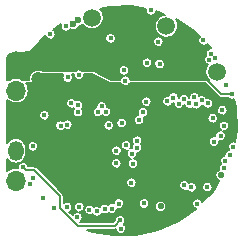
<source format=gbr>
G04 #@! TF.FileFunction,Copper,L2,Inr,Plane*
%FSLAX46Y46*%
G04 Gerber Fmt 4.6, Leading zero omitted, Abs format (unit mm)*
G04 Created by KiCad (PCBNEW 4.0.6) date Sat Feb 10 04:57:08 2018*
%MOMM*%
%LPD*%
G01*
G04 APERTURE LIST*
%ADD10C,0.100000*%
%ADD11C,1.700000*%
%ADD12O,1.700000X1.700000*%
%ADD13O,1.300000X1.700000*%
%ADD14R,1.200000X1.200000*%
%ADD15C,1.200000*%
%ADD16C,1.500000*%
%ADD17C,0.450000*%
%ADD18C,0.550000*%
%ADD19C,0.600000*%
%ADD20C,0.125000*%
%ADD21C,0.150000*%
%ADD22C,0.200000*%
G04 APERTURE END LIST*
D10*
D11*
X151000000Y-84920000D03*
D12*
X151000000Y-87460000D03*
X151000000Y-90000000D03*
D13*
X151000000Y-92540000D03*
D12*
X151000000Y-95080000D03*
D14*
X152908000Y-84500000D03*
D15*
X152908000Y-86500000D03*
D16*
X168021000Y-85852000D03*
X163750000Y-82000000D03*
X157480000Y-81280000D03*
D17*
X155386493Y-86331097D03*
X159129520Y-91307079D03*
X159156400Y-99491800D03*
X161649050Y-94382950D03*
X162941000Y-98552000D03*
X161366200Y-99364800D03*
X153798493Y-94094909D03*
X150622000Y-91262200D03*
X164303002Y-97104200D03*
X167259000Y-90424000D03*
X164210996Y-98298000D03*
X157949393Y-86944519D03*
D18*
X158242000Y-86741000D03*
D17*
X165070147Y-89611288D03*
X167501989Y-94964873D03*
X154305000Y-87249000D03*
X155295000Y-87793000D03*
X156062691Y-87106432D03*
X156845000Y-86741028D03*
D18*
X156337000Y-86741000D03*
D17*
X155956000Y-86614000D03*
D18*
X157607000Y-86741000D03*
D17*
X158115000Y-88011000D03*
X166345210Y-93240998D03*
X163750002Y-90290000D03*
X160655000Y-88519000D03*
X154600510Y-91455490D03*
X158477508Y-95015959D03*
X156972000Y-98425000D03*
X157226000Y-95267500D03*
X154585000Y-87793000D03*
D19*
X163398200Y-84556600D03*
D17*
X163474406Y-83921600D03*
X164465000Y-83185000D03*
D19*
X165100000Y-82676990D03*
X165862000Y-82550000D03*
D17*
X151130000Y-86106000D03*
X150495000Y-85979042D03*
D19*
X151765000Y-86106000D03*
X159004000Y-82169000D03*
X159004000Y-80899000D03*
X159512000Y-80645000D03*
X160020000Y-80645000D03*
D17*
X152527000Y-85344000D03*
X152019000Y-84963000D03*
D19*
X152019000Y-85471000D03*
X152019000Y-84328000D03*
X153289000Y-85217000D03*
X153924000Y-85026998D03*
D17*
X158551564Y-82367436D03*
X154432000Y-85089980D03*
X169292422Y-87755586D03*
X166370000Y-97028000D03*
X165859100Y-84521400D03*
X153416000Y-83566000D03*
X152908000Y-83693000D03*
X160147000Y-81534000D03*
X159004000Y-81534000D03*
X160147000Y-82169000D03*
X161036000Y-81509000D03*
X166243000Y-83058016D03*
X165354000Y-83934500D03*
X159828998Y-98425000D03*
X151612600Y-93954600D03*
X153416024Y-89535000D03*
X165683278Y-88533226D03*
X155693609Y-88517121D03*
X159721990Y-97008041D03*
X159955973Y-90185956D03*
D18*
X163250000Y-97250000D03*
D17*
X159889162Y-99138108D03*
X153340998Y-96561252D03*
X168783000Y-86995000D03*
X167386000Y-84836000D03*
X167894000Y-84664340D03*
X167513000Y-84328000D03*
X165867164Y-95625928D03*
X169099941Y-92935038D03*
X163068000Y-83312000D03*
D19*
X155829000Y-81788000D03*
X156250000Y-81500000D03*
D17*
X155250000Y-82000000D03*
X168330589Y-91264063D03*
X152492054Y-94840820D03*
X152180324Y-95324000D03*
X157861000Y-97663000D03*
X159126777Y-97426875D03*
X158520161Y-97462743D03*
X168622357Y-90429594D03*
X156337000Y-86106000D03*
X160147000Y-85725000D03*
X168473180Y-89103267D03*
X167766239Y-91765003D03*
X153924000Y-82677000D03*
X168748246Y-93389955D03*
X159020298Y-83015173D03*
X162110865Y-85091164D03*
X168652847Y-93986306D03*
X169418000Y-92201986D03*
X162433000Y-80645000D03*
X167214990Y-95615884D03*
X163166392Y-85194311D03*
D18*
X168402000Y-94615000D03*
D17*
X167671001Y-89779588D03*
X160274000Y-86614000D03*
X166116000Y-88011000D03*
X166878000Y-83185000D03*
X165260524Y-95470476D03*
X161850050Y-97000000D03*
X152440574Y-92164935D03*
X167259000Y-88518988D03*
X156364944Y-97288001D03*
X155346324Y-97306576D03*
X166736250Y-88279469D03*
X166255045Y-88594222D03*
X154224528Y-97362472D03*
X157236342Y-97539447D03*
X165227000Y-88157010D03*
X157948890Y-89252877D03*
X164801990Y-88545701D03*
X164338000Y-88030010D03*
X158265743Y-88773038D03*
X158638706Y-89243022D03*
X163837400Y-88347990D03*
X158862089Y-90381783D03*
X162049998Y-88392011D03*
X161761014Y-89265142D03*
X156210000Y-98171000D03*
X161417212Y-89927965D03*
X156252368Y-89265667D03*
X160909000Y-93620612D03*
X161271148Y-91691593D03*
X161265807Y-92266580D03*
X160782000Y-95250000D03*
X160842600Y-92770600D03*
X159507252Y-93599000D03*
X160340393Y-92077917D03*
X159517572Y-92541931D03*
X154784169Y-90411248D03*
X155353644Y-90331644D03*
X156266827Y-88682228D03*
D10*
X161192891Y-99538109D02*
X159202709Y-99538109D01*
X161366200Y-99364800D02*
X161192891Y-99538109D01*
X159202709Y-99538109D02*
X159156400Y-99491800D01*
D20*
X159110517Y-94382950D02*
X161330852Y-94382950D01*
X158477508Y-95015959D02*
X159110517Y-94382950D01*
X161330852Y-94382950D02*
X161649050Y-94382950D01*
X163750002Y-92281998D02*
X161649050Y-94382950D01*
D10*
X162128200Y-99364800D02*
X162941000Y-98552000D01*
X161366200Y-99364800D02*
X162128200Y-99364800D01*
X151000000Y-90000000D02*
X151000000Y-91202081D01*
X151000000Y-91202081D02*
X150939881Y-91262200D01*
X150939881Y-91262200D02*
X150622000Y-91262200D01*
X164210996Y-98298000D02*
X164210996Y-97196206D01*
X164210996Y-97196206D02*
X164303002Y-97104200D01*
D20*
X163750002Y-97837006D02*
X164210996Y-98298000D01*
X163750002Y-92281998D02*
X163750002Y-97837006D01*
X156845000Y-86741028D02*
X157048491Y-86944519D01*
X157048491Y-86944519D02*
X157949393Y-86944519D01*
X157607000Y-86741000D02*
X158242000Y-86741000D01*
X167501989Y-94397777D02*
X167501989Y-94964873D01*
X166345210Y-93240998D02*
X167501989Y-94397777D01*
X156617266Y-86899986D02*
X156269137Y-86899986D01*
X156269137Y-86899986D02*
X156062691Y-87106432D01*
X155956000Y-86614000D02*
X156210000Y-86614000D01*
X156210000Y-86614000D02*
X156337000Y-86741000D01*
X158115000Y-88011000D02*
X160147000Y-88011000D01*
X160147000Y-88011000D02*
X160655000Y-88519000D01*
X165155208Y-92281998D02*
X165386210Y-92281998D01*
X165386210Y-92281998D02*
X166345210Y-93240998D01*
X158477508Y-95015959D02*
X158252509Y-95240958D01*
X156845000Y-97282000D02*
X156777445Y-97349555D01*
X158252509Y-95240958D02*
X158252509Y-95747491D01*
X158252509Y-95747491D02*
X156845000Y-97155000D01*
X156591000Y-97663000D02*
X156591000Y-97790000D01*
X156845000Y-97155000D02*
X156845000Y-97282000D01*
X156777445Y-97349555D02*
X156777445Y-97476555D01*
X156972000Y-98171000D02*
X156972000Y-98425000D01*
X156777445Y-97476555D02*
X156591000Y-97663000D01*
X156591000Y-97790000D02*
X156972000Y-98171000D01*
X165155208Y-92281998D02*
X163750002Y-92281998D01*
X163750002Y-92281998D02*
X163750002Y-90290000D01*
X163750002Y-90290000D02*
X162360002Y-88900000D01*
X162360002Y-88900000D02*
X162006374Y-88900000D01*
X162006374Y-88900000D02*
X161959015Y-88852641D01*
X161959015Y-88852641D02*
X160988641Y-88852641D01*
X160988641Y-88852641D02*
X160655000Y-88519000D01*
D10*
X164404043Y-83245957D02*
X164465000Y-83185000D01*
X164404043Y-84642957D02*
X164404043Y-83245957D01*
D21*
X150621958Y-86106000D02*
X151130000Y-86106000D01*
X150495000Y-85979042D02*
X150621958Y-86106000D01*
X152019000Y-84963000D02*
X152146000Y-84963000D01*
X152146000Y-84963000D02*
X152527000Y-85344000D01*
X151000000Y-84920000D02*
X151468000Y-84920000D01*
X151468000Y-84920000D02*
X152019000Y-85471000D01*
D10*
X154432020Y-85090000D02*
X154432000Y-85089980D01*
X155321000Y-85090000D02*
X154432020Y-85090000D01*
D21*
X168400586Y-87755586D02*
X169292422Y-87755586D01*
X165859100Y-84521400D02*
X165859100Y-85214100D01*
X165859100Y-85214100D02*
X168400586Y-87755586D01*
D10*
X153035000Y-83566000D02*
X153416000Y-83566000D01*
X152908000Y-83693000D02*
X153035000Y-83566000D01*
X159004000Y-82169000D02*
X159004000Y-81534000D01*
X160147000Y-82169000D02*
X159004000Y-82169000D01*
D22*
X156235400Y-98882200D02*
X159371798Y-98882200D01*
X159371798Y-98882200D02*
X159828998Y-98425000D01*
X154711400Y-97358200D02*
X156235400Y-98882200D01*
X154711400Y-96342200D02*
X154711400Y-97358200D01*
X152548799Y-94179599D02*
X154711400Y-96342200D01*
X151612600Y-93954600D02*
X151837599Y-94179599D01*
X151837599Y-94179599D02*
X152548799Y-94179599D01*
D21*
G36*
X154990247Y-86113259D02*
X154955482Y-86194372D01*
X154937134Y-86280693D01*
X154935902Y-86368934D01*
X154951833Y-86455734D01*
X154984319Y-86537786D01*
X155032125Y-86611966D01*
X155093428Y-86675447D01*
X155165894Y-86725812D01*
X155246763Y-86761143D01*
X155332953Y-86780093D01*
X155421184Y-86781941D01*
X155508092Y-86766617D01*
X155590369Y-86734704D01*
X155664881Y-86687417D01*
X155728789Y-86626559D01*
X155779659Y-86554446D01*
X155815553Y-86473826D01*
X155835104Y-86387770D01*
X155836512Y-86286972D01*
X155819371Y-86200403D01*
X155785742Y-86118813D01*
X155756632Y-86075000D01*
X155887370Y-86075000D01*
X155886409Y-86143837D01*
X155902340Y-86230637D01*
X155934826Y-86312689D01*
X155982632Y-86386869D01*
X156043935Y-86450350D01*
X156116401Y-86500715D01*
X156197270Y-86536046D01*
X156283460Y-86554996D01*
X156371691Y-86556844D01*
X156458599Y-86541520D01*
X156540876Y-86509607D01*
X156615388Y-86462320D01*
X156679296Y-86401462D01*
X156730166Y-86329349D01*
X156766060Y-86248729D01*
X156785611Y-86162673D01*
X156786836Y-86075000D01*
X157473496Y-86075000D01*
X157480205Y-86075520D01*
X157483930Y-86076399D01*
X157490172Y-86078938D01*
X158945344Y-86806525D01*
X158950624Y-86808915D01*
X158964926Y-86814733D01*
X158975956Y-86818255D01*
X158990982Y-86821802D01*
X159002423Y-86823584D01*
X159017817Y-86824776D01*
X159023607Y-86825000D01*
X159874604Y-86825000D01*
X159919632Y-86894869D01*
X159980935Y-86958350D01*
X160053401Y-87008715D01*
X160134270Y-87044046D01*
X160220460Y-87062996D01*
X160308691Y-87064844D01*
X160395599Y-87049520D01*
X160477876Y-87017607D01*
X160552388Y-86970320D01*
X160616296Y-86909462D01*
X160667166Y-86837349D01*
X160672664Y-86825000D01*
X167045736Y-86825000D01*
X168188454Y-87967718D01*
X168209863Y-87985304D01*
X168231096Y-88003120D01*
X168232478Y-88003880D01*
X168233697Y-88004881D01*
X168258097Y-88017964D01*
X168282403Y-88031327D01*
X168283909Y-88031805D01*
X168285297Y-88032549D01*
X168311767Y-88040642D01*
X168338212Y-88049030D01*
X168339781Y-88049206D01*
X168341289Y-88049667D01*
X168368827Y-88052464D01*
X168396397Y-88055557D01*
X168399484Y-88055578D01*
X168399539Y-88055584D01*
X168399591Y-88055579D01*
X168400586Y-88055586D01*
X168956529Y-88055586D01*
X168999357Y-88099936D01*
X169071823Y-88150301D01*
X169152692Y-88185632D01*
X169238882Y-88204582D01*
X169327113Y-88206430D01*
X169414021Y-88191106D01*
X169496298Y-88159193D01*
X169502406Y-88155317D01*
X169657356Y-88866226D01*
X169693651Y-90763611D01*
X169515625Y-91762624D01*
X169465265Y-91752286D01*
X169377018Y-91751670D01*
X169290332Y-91768206D01*
X169208508Y-91801265D01*
X169134664Y-91849587D01*
X169071612Y-91911332D01*
X169021754Y-91984148D01*
X168986989Y-92065261D01*
X168968641Y-92151582D01*
X168967409Y-92239823D01*
X168983340Y-92326623D01*
X169015826Y-92408675D01*
X169063632Y-92482855D01*
X169065479Y-92484768D01*
X169058959Y-92484722D01*
X168972273Y-92501258D01*
X168890449Y-92534317D01*
X168816605Y-92582639D01*
X168753553Y-92644384D01*
X168703695Y-92717200D01*
X168668930Y-92798313D01*
X168650582Y-92884634D01*
X168649661Y-92950627D01*
X168620578Y-92956175D01*
X168538754Y-92989234D01*
X168464910Y-93037556D01*
X168401858Y-93099301D01*
X168352000Y-93172117D01*
X168317235Y-93253230D01*
X168298887Y-93339551D01*
X168297655Y-93427792D01*
X168313586Y-93514592D01*
X168346072Y-93596644D01*
X168369916Y-93633642D01*
X168369511Y-93633907D01*
X168306459Y-93695652D01*
X168256601Y-93768468D01*
X168221836Y-93849581D01*
X168203488Y-93935902D01*
X168202256Y-94024143D01*
X168218187Y-94110943D01*
X168231509Y-94144592D01*
X168169231Y-94169754D01*
X168087182Y-94223446D01*
X168017125Y-94292051D01*
X167961727Y-94372958D01*
X167923099Y-94463084D01*
X167902712Y-94558996D01*
X167901343Y-94657041D01*
X167919044Y-94753485D01*
X167955140Y-94844655D01*
X168008258Y-94927076D01*
X168076372Y-94997611D01*
X168156890Y-95053573D01*
X168233457Y-95087024D01*
X167651475Y-96000408D01*
X166800281Y-96891005D01*
X166769249Y-96815716D01*
X166720412Y-96742211D01*
X166658228Y-96679592D01*
X166585066Y-96630243D01*
X166503712Y-96596045D01*
X166417265Y-96578300D01*
X166329018Y-96577684D01*
X166242332Y-96594220D01*
X166160508Y-96627279D01*
X166086664Y-96675601D01*
X166023612Y-96737346D01*
X165973754Y-96810162D01*
X165938989Y-96891275D01*
X165920641Y-96977596D01*
X165919409Y-97065837D01*
X165935340Y-97152637D01*
X165967826Y-97234689D01*
X166015632Y-97308869D01*
X166076935Y-97372350D01*
X166149401Y-97422715D01*
X166222866Y-97454811D01*
X164787560Y-98463405D01*
X163052495Y-99232132D01*
X161201167Y-99649206D01*
X159304084Y-99698746D01*
X157433508Y-99378864D01*
X156984061Y-99207200D01*
X159371798Y-99207200D01*
X159401618Y-99204276D01*
X159431582Y-99201654D01*
X159433225Y-99201177D01*
X159434924Y-99201010D01*
X159442738Y-99198651D01*
X159454502Y-99262745D01*
X159486988Y-99344797D01*
X159534794Y-99418977D01*
X159596097Y-99482458D01*
X159668563Y-99532823D01*
X159749432Y-99568154D01*
X159835622Y-99587104D01*
X159923853Y-99588952D01*
X160010761Y-99573628D01*
X160093038Y-99541715D01*
X160167550Y-99494428D01*
X160231458Y-99433570D01*
X160282328Y-99361457D01*
X160318222Y-99280837D01*
X160337773Y-99194781D01*
X160339181Y-99093983D01*
X160322040Y-99007414D01*
X160288411Y-98925824D01*
X160239574Y-98852319D01*
X160177390Y-98789700D01*
X160131261Y-98758585D01*
X160171294Y-98720462D01*
X160222164Y-98648349D01*
X160258058Y-98567729D01*
X160277609Y-98481673D01*
X160279017Y-98380875D01*
X160261876Y-98294306D01*
X160228247Y-98212716D01*
X160179410Y-98139211D01*
X160117226Y-98076592D01*
X160044064Y-98027243D01*
X159962710Y-97993045D01*
X159876263Y-97975300D01*
X159788016Y-97974684D01*
X159701330Y-97991220D01*
X159619506Y-98024279D01*
X159545662Y-98072601D01*
X159482610Y-98134346D01*
X159432752Y-98207162D01*
X159397987Y-98288275D01*
X159379639Y-98374596D01*
X159379071Y-98415308D01*
X159237178Y-98557200D01*
X156441305Y-98557200D01*
X156488388Y-98527320D01*
X156552296Y-98466462D01*
X156603166Y-98394349D01*
X156639060Y-98313729D01*
X156658611Y-98227673D01*
X156660019Y-98126875D01*
X156642878Y-98040306D01*
X156609249Y-97958716D01*
X156560412Y-97885211D01*
X156498228Y-97822592D01*
X156425066Y-97773243D01*
X156343712Y-97739045D01*
X156336272Y-97737518D01*
X156399635Y-97738845D01*
X156486543Y-97723521D01*
X156568820Y-97691608D01*
X156643332Y-97644321D01*
X156707240Y-97583463D01*
X156711598Y-97577284D01*
X156785751Y-97577284D01*
X156801682Y-97664084D01*
X156834168Y-97746136D01*
X156881974Y-97820316D01*
X156943277Y-97883797D01*
X157015743Y-97934162D01*
X157096612Y-97969493D01*
X157182802Y-97988443D01*
X157271033Y-97990291D01*
X157357941Y-97974967D01*
X157440218Y-97943054D01*
X157486981Y-97913377D01*
X157506632Y-97943869D01*
X157567935Y-98007350D01*
X157640401Y-98057715D01*
X157721270Y-98093046D01*
X157807460Y-98111996D01*
X157895691Y-98113844D01*
X157982599Y-98098520D01*
X158064876Y-98066607D01*
X158139388Y-98019320D01*
X158203296Y-97958462D01*
X158254166Y-97886349D01*
X158274717Y-97840190D01*
X158299562Y-97857458D01*
X158380431Y-97892789D01*
X158466621Y-97911739D01*
X158554852Y-97913587D01*
X158641760Y-97898263D01*
X158724037Y-97866350D01*
X158798549Y-97819063D01*
X158842425Y-97777281D01*
X158906178Y-97821590D01*
X158987047Y-97856921D01*
X159073237Y-97875871D01*
X159161468Y-97877719D01*
X159248376Y-97862395D01*
X159330653Y-97830482D01*
X159405165Y-97783195D01*
X159469073Y-97722337D01*
X159519943Y-97650224D01*
X159555837Y-97569604D01*
X159575388Y-97483548D01*
X159576061Y-97435379D01*
X159582260Y-97438087D01*
X159668450Y-97457037D01*
X159756681Y-97458885D01*
X159843589Y-97443561D01*
X159925866Y-97411648D01*
X160000378Y-97364361D01*
X160064286Y-97303503D01*
X160115156Y-97231390D01*
X160151050Y-97150770D01*
X160170601Y-97064714D01*
X160170976Y-97037837D01*
X161399459Y-97037837D01*
X161415390Y-97124637D01*
X161447876Y-97206689D01*
X161495682Y-97280869D01*
X161556985Y-97344350D01*
X161629451Y-97394715D01*
X161710320Y-97430046D01*
X161796510Y-97448996D01*
X161884741Y-97450844D01*
X161971649Y-97435520D01*
X162053926Y-97403607D01*
X162128438Y-97356320D01*
X162192346Y-97295462D01*
X162194759Y-97292041D01*
X162749343Y-97292041D01*
X162767044Y-97388485D01*
X162803140Y-97479655D01*
X162856258Y-97562076D01*
X162924372Y-97632611D01*
X163004890Y-97688573D01*
X163094744Y-97727829D01*
X163190512Y-97748885D01*
X163288545Y-97750938D01*
X163385110Y-97733911D01*
X163476529Y-97698452D01*
X163559320Y-97645912D01*
X163630329Y-97578291D01*
X163686851Y-97498166D01*
X163726733Y-97408588D01*
X163748457Y-97312970D01*
X163750021Y-97200972D01*
X163730976Y-97104785D01*
X163693610Y-97014129D01*
X163639347Y-96932456D01*
X163570254Y-96862880D01*
X163488963Y-96808048D01*
X163398569Y-96770050D01*
X163302517Y-96750333D01*
X163204464Y-96749649D01*
X163108146Y-96768022D01*
X163017231Y-96804754D01*
X162935182Y-96858446D01*
X162865125Y-96927051D01*
X162809727Y-97007958D01*
X162771099Y-97098084D01*
X162750712Y-97193996D01*
X162749343Y-97292041D01*
X162194759Y-97292041D01*
X162243216Y-97223349D01*
X162279110Y-97142729D01*
X162298661Y-97056673D01*
X162300069Y-96955875D01*
X162282928Y-96869306D01*
X162249299Y-96787716D01*
X162200462Y-96714211D01*
X162138278Y-96651592D01*
X162065116Y-96602243D01*
X161983762Y-96568045D01*
X161897315Y-96550300D01*
X161809068Y-96549684D01*
X161722382Y-96566220D01*
X161640558Y-96599279D01*
X161566714Y-96647601D01*
X161503662Y-96709346D01*
X161453804Y-96782162D01*
X161419039Y-96863275D01*
X161400691Y-96949596D01*
X161399459Y-97037837D01*
X160170976Y-97037837D01*
X160172009Y-96963916D01*
X160154868Y-96877347D01*
X160121239Y-96795757D01*
X160072402Y-96722252D01*
X160010218Y-96659633D01*
X159937056Y-96610284D01*
X159855702Y-96576086D01*
X159769255Y-96558341D01*
X159681008Y-96557725D01*
X159594322Y-96574261D01*
X159512498Y-96607320D01*
X159438654Y-96655642D01*
X159375602Y-96717387D01*
X159325744Y-96790203D01*
X159290979Y-96871316D01*
X159272631Y-96957637D01*
X159272043Y-96999777D01*
X159260489Y-96994920D01*
X159174042Y-96977175D01*
X159085795Y-96976559D01*
X158999109Y-96993095D01*
X158917285Y-97026154D01*
X158843441Y-97074476D01*
X158805043Y-97112078D01*
X158735227Y-97064986D01*
X158653873Y-97030788D01*
X158567426Y-97013043D01*
X158479179Y-97012427D01*
X158392493Y-97028963D01*
X158310669Y-97062022D01*
X158236825Y-97110344D01*
X158173773Y-97172089D01*
X158123915Y-97244905D01*
X158106422Y-97285719D01*
X158076066Y-97265243D01*
X157994712Y-97231045D01*
X157908265Y-97213300D01*
X157820018Y-97212684D01*
X157733332Y-97229220D01*
X157651508Y-97262279D01*
X157610368Y-97289200D01*
X157586754Y-97253658D01*
X157524570Y-97191039D01*
X157451408Y-97141690D01*
X157370054Y-97107492D01*
X157283607Y-97089747D01*
X157195360Y-97089131D01*
X157108674Y-97105667D01*
X157026850Y-97138726D01*
X156953006Y-97187048D01*
X156889954Y-97248793D01*
X156840096Y-97321609D01*
X156805331Y-97402722D01*
X156786983Y-97489043D01*
X156785751Y-97577284D01*
X156711598Y-97577284D01*
X156758110Y-97511350D01*
X156794004Y-97430730D01*
X156813555Y-97344674D01*
X156814963Y-97243876D01*
X156797822Y-97157307D01*
X156764193Y-97075717D01*
X156715356Y-97002212D01*
X156653172Y-96939593D01*
X156580010Y-96890244D01*
X156498656Y-96856046D01*
X156412209Y-96838301D01*
X156323962Y-96837685D01*
X156237276Y-96854221D01*
X156155452Y-96887280D01*
X156081608Y-96935602D01*
X156018556Y-96997347D01*
X155968698Y-97070163D01*
X155933933Y-97151276D01*
X155915585Y-97237597D01*
X155914353Y-97325838D01*
X155930284Y-97412638D01*
X155962770Y-97494690D01*
X156010576Y-97568870D01*
X156071879Y-97632351D01*
X156144345Y-97682716D01*
X156225214Y-97718047D01*
X156239444Y-97721176D01*
X156169018Y-97720684D01*
X156082332Y-97737220D01*
X156000508Y-97770279D01*
X155926664Y-97818601D01*
X155863612Y-97880346D01*
X155813754Y-97953162D01*
X155799422Y-97986602D01*
X155530604Y-97717784D01*
X155550200Y-97710183D01*
X155624712Y-97662896D01*
X155688620Y-97602038D01*
X155739490Y-97529925D01*
X155775384Y-97449305D01*
X155794935Y-97363249D01*
X155796343Y-97262451D01*
X155779202Y-97175882D01*
X155745573Y-97094292D01*
X155696736Y-97020787D01*
X155634552Y-96958168D01*
X155561390Y-96908819D01*
X155480036Y-96874621D01*
X155393589Y-96856876D01*
X155305342Y-96856260D01*
X155218656Y-96872796D01*
X155136832Y-96905855D01*
X155062988Y-96954177D01*
X155036400Y-96980214D01*
X155036400Y-96342200D01*
X155033476Y-96312376D01*
X155030854Y-96282416D01*
X155030377Y-96280773D01*
X155030210Y-96279074D01*
X155021544Y-96250370D01*
X155013158Y-96221506D01*
X155012371Y-96219987D01*
X155011877Y-96218352D01*
X154997803Y-96191883D01*
X154983968Y-96165192D01*
X154982900Y-96163854D01*
X154982099Y-96162348D01*
X154963148Y-96139112D01*
X154944396Y-96115622D01*
X154942049Y-96113242D01*
X154942010Y-96113194D01*
X154941966Y-96113157D01*
X154941210Y-96112391D01*
X154116657Y-95287837D01*
X160331409Y-95287837D01*
X160347340Y-95374637D01*
X160379826Y-95456689D01*
X160427632Y-95530869D01*
X160488935Y-95594350D01*
X160561401Y-95644715D01*
X160642270Y-95680046D01*
X160728460Y-95698996D01*
X160816691Y-95700844D01*
X160903599Y-95685520D01*
X160985876Y-95653607D01*
X161060388Y-95606320D01*
X161124296Y-95545462D01*
X161150501Y-95508313D01*
X164809933Y-95508313D01*
X164825864Y-95595113D01*
X164858350Y-95677165D01*
X164906156Y-95751345D01*
X164967459Y-95814826D01*
X165039925Y-95865191D01*
X165120794Y-95900522D01*
X165206984Y-95919472D01*
X165295215Y-95921320D01*
X165382123Y-95905996D01*
X165464400Y-95874083D01*
X165483785Y-95861781D01*
X165512796Y-95906797D01*
X165574099Y-95970278D01*
X165646565Y-96020643D01*
X165727434Y-96055974D01*
X165813624Y-96074924D01*
X165901855Y-96076772D01*
X165988763Y-96061448D01*
X166071040Y-96029535D01*
X166145552Y-95982248D01*
X166209460Y-95921390D01*
X166260330Y-95849277D01*
X166296224Y-95768657D01*
X166315775Y-95682601D01*
X166316178Y-95653721D01*
X166764399Y-95653721D01*
X166780330Y-95740521D01*
X166812816Y-95822573D01*
X166860622Y-95896753D01*
X166921925Y-95960234D01*
X166994391Y-96010599D01*
X167075260Y-96045930D01*
X167161450Y-96064880D01*
X167249681Y-96066728D01*
X167336589Y-96051404D01*
X167418866Y-96019491D01*
X167493378Y-95972204D01*
X167557286Y-95911346D01*
X167608156Y-95839233D01*
X167644050Y-95758613D01*
X167663601Y-95672557D01*
X167665009Y-95571759D01*
X167647868Y-95485190D01*
X167614239Y-95403600D01*
X167565402Y-95330095D01*
X167503218Y-95267476D01*
X167430056Y-95218127D01*
X167348702Y-95183929D01*
X167262255Y-95166184D01*
X167174008Y-95165568D01*
X167087322Y-95182104D01*
X167005498Y-95215163D01*
X166931654Y-95263485D01*
X166868602Y-95325230D01*
X166818744Y-95398046D01*
X166783979Y-95479159D01*
X166765631Y-95565480D01*
X166764399Y-95653721D01*
X166316178Y-95653721D01*
X166317183Y-95581803D01*
X166300042Y-95495234D01*
X166266413Y-95413644D01*
X166217576Y-95340139D01*
X166155392Y-95277520D01*
X166082230Y-95228171D01*
X166000876Y-95193973D01*
X165914429Y-95176228D01*
X165826182Y-95175612D01*
X165739496Y-95192148D01*
X165657672Y-95225207D01*
X165643862Y-95234244D01*
X165610936Y-95184687D01*
X165548752Y-95122068D01*
X165475590Y-95072719D01*
X165394236Y-95038521D01*
X165307789Y-95020776D01*
X165219542Y-95020160D01*
X165132856Y-95036696D01*
X165051032Y-95069755D01*
X164977188Y-95118077D01*
X164914136Y-95179822D01*
X164864278Y-95252638D01*
X164829513Y-95333751D01*
X164811165Y-95420072D01*
X164809933Y-95508313D01*
X161150501Y-95508313D01*
X161175166Y-95473349D01*
X161211060Y-95392729D01*
X161230611Y-95306673D01*
X161232019Y-95205875D01*
X161214878Y-95119306D01*
X161181249Y-95037716D01*
X161132412Y-94964211D01*
X161070228Y-94901592D01*
X160997066Y-94852243D01*
X160915712Y-94818045D01*
X160829265Y-94800300D01*
X160741018Y-94799684D01*
X160654332Y-94816220D01*
X160572508Y-94849279D01*
X160498664Y-94897601D01*
X160435612Y-94959346D01*
X160385754Y-95032162D01*
X160350989Y-95113275D01*
X160332641Y-95199596D01*
X160331409Y-95287837D01*
X154116657Y-95287837D01*
X152778609Y-93949789D01*
X152755411Y-93930734D01*
X152732413Y-93911437D01*
X152730916Y-93910614D01*
X152729595Y-93909529D01*
X152703145Y-93895347D01*
X152676830Y-93880880D01*
X152675200Y-93880363D01*
X152673695Y-93879556D01*
X152644997Y-93870782D01*
X152616370Y-93861701D01*
X152614672Y-93861511D01*
X152613038Y-93861011D01*
X152583164Y-93857976D01*
X152553337Y-93854631D01*
X152549996Y-93854607D01*
X152549933Y-93854601D01*
X152549874Y-93854607D01*
X152548799Y-93854599D01*
X152051555Y-93854599D01*
X152045478Y-93823906D01*
X152011849Y-93742316D01*
X151963012Y-93668811D01*
X151931261Y-93636837D01*
X159056661Y-93636837D01*
X159072592Y-93723637D01*
X159105078Y-93805689D01*
X159152884Y-93879869D01*
X159214187Y-93943350D01*
X159286653Y-93993715D01*
X159367522Y-94029046D01*
X159453712Y-94047996D01*
X159541943Y-94049844D01*
X159628851Y-94034520D01*
X159711128Y-94002607D01*
X159785640Y-93955320D01*
X159849548Y-93894462D01*
X159900418Y-93822349D01*
X159936312Y-93741729D01*
X159955863Y-93655673D01*
X159957271Y-93554875D01*
X159940130Y-93468306D01*
X159906501Y-93386716D01*
X159857664Y-93313211D01*
X159795480Y-93250592D01*
X159722318Y-93201243D01*
X159640964Y-93167045D01*
X159554517Y-93149300D01*
X159466270Y-93148684D01*
X159379584Y-93165220D01*
X159297760Y-93198279D01*
X159223916Y-93246601D01*
X159160864Y-93308346D01*
X159111006Y-93381162D01*
X159076241Y-93462275D01*
X159057893Y-93548596D01*
X159056661Y-93636837D01*
X151931261Y-93636837D01*
X151900828Y-93606192D01*
X151827666Y-93556843D01*
X151746312Y-93522645D01*
X151659865Y-93504900D01*
X151571618Y-93504284D01*
X151484932Y-93520820D01*
X151403108Y-93553879D01*
X151329264Y-93602201D01*
X151266212Y-93663946D01*
X151216354Y-93736762D01*
X151181589Y-93817875D01*
X151163241Y-93904196D01*
X151162009Y-93992437D01*
X151167363Y-94021610D01*
X151020210Y-94005105D01*
X151005201Y-94005000D01*
X150994799Y-94005000D01*
X150785997Y-94025473D01*
X150585148Y-94086113D01*
X150399903Y-94184610D01*
X150275000Y-94286478D01*
X150275000Y-93234086D01*
X150379126Y-93361756D01*
X150510706Y-93470609D01*
X150660924Y-93551831D01*
X150824057Y-93602329D01*
X150993891Y-93620180D01*
X151163959Y-93604702D01*
X151327781Y-93556487D01*
X151479118Y-93477370D01*
X151612205Y-93370365D01*
X151721974Y-93239547D01*
X151804243Y-93089900D01*
X151855879Y-92927124D01*
X151874915Y-92757418D01*
X151875000Y-92745201D01*
X151875000Y-92334799D01*
X151862055Y-92202772D01*
X151989983Y-92202772D01*
X152005914Y-92289572D01*
X152038400Y-92371624D01*
X152086206Y-92445804D01*
X152147509Y-92509285D01*
X152219975Y-92559650D01*
X152300844Y-92594981D01*
X152387034Y-92613931D01*
X152475265Y-92615779D01*
X152562173Y-92600455D01*
X152615507Y-92579768D01*
X159066981Y-92579768D01*
X159082912Y-92666568D01*
X159115398Y-92748620D01*
X159163204Y-92822800D01*
X159224507Y-92886281D01*
X159296973Y-92936646D01*
X159377842Y-92971977D01*
X159464032Y-92990927D01*
X159552263Y-92992775D01*
X159639171Y-92977451D01*
X159721448Y-92945538D01*
X159795960Y-92898251D01*
X159859868Y-92837393D01*
X159910738Y-92765280D01*
X159946632Y-92684660D01*
X159966183Y-92598604D01*
X159967591Y-92497806D01*
X159950450Y-92411237D01*
X159916821Y-92329647D01*
X159867984Y-92256142D01*
X159805800Y-92193523D01*
X159732638Y-92144174D01*
X159665030Y-92115754D01*
X159889802Y-92115754D01*
X159905733Y-92202554D01*
X159938219Y-92284606D01*
X159986025Y-92358786D01*
X160047328Y-92422267D01*
X160119794Y-92472632D01*
X160200663Y-92507963D01*
X160286853Y-92526913D01*
X160375084Y-92528761D01*
X160461992Y-92513437D01*
X160477362Y-92507475D01*
X160446354Y-92552762D01*
X160411589Y-92633875D01*
X160393241Y-92720196D01*
X160392009Y-92808437D01*
X160407940Y-92895237D01*
X160440426Y-92977289D01*
X160488232Y-93051469D01*
X160549535Y-93114950D01*
X160622001Y-93165315D01*
X160702870Y-93200646D01*
X160731540Y-93206949D01*
X160699508Y-93219891D01*
X160625664Y-93268213D01*
X160562612Y-93329958D01*
X160512754Y-93402774D01*
X160477989Y-93483887D01*
X160459641Y-93570208D01*
X160458409Y-93658449D01*
X160474340Y-93745249D01*
X160506826Y-93827301D01*
X160554632Y-93901481D01*
X160615935Y-93964962D01*
X160688401Y-94015327D01*
X160769270Y-94050658D01*
X160855460Y-94069608D01*
X160943691Y-94071456D01*
X161030599Y-94056132D01*
X161112876Y-94024219D01*
X161187388Y-93976932D01*
X161251296Y-93916074D01*
X161302166Y-93843961D01*
X161338060Y-93763341D01*
X161357611Y-93677285D01*
X161359019Y-93576487D01*
X161341878Y-93489918D01*
X161308249Y-93408328D01*
X161259412Y-93334823D01*
X161197228Y-93272204D01*
X161124066Y-93222855D01*
X161042712Y-93188657D01*
X161020812Y-93184162D01*
X161046476Y-93174207D01*
X161120988Y-93126920D01*
X161184896Y-93066062D01*
X161235766Y-92993949D01*
X161271660Y-92913329D01*
X161291211Y-92827273D01*
X161292619Y-92726475D01*
X161290787Y-92717221D01*
X161300498Y-92717424D01*
X161387406Y-92702100D01*
X161469683Y-92670187D01*
X161544195Y-92622900D01*
X161608103Y-92562042D01*
X161658973Y-92489929D01*
X161694867Y-92409309D01*
X161714418Y-92323253D01*
X161715826Y-92222455D01*
X161698685Y-92135886D01*
X161665056Y-92054296D01*
X161617016Y-91981991D01*
X161664314Y-91914942D01*
X161700208Y-91834322D01*
X161707360Y-91802840D01*
X167315648Y-91802840D01*
X167331579Y-91889640D01*
X167364065Y-91971692D01*
X167411871Y-92045872D01*
X167473174Y-92109353D01*
X167545640Y-92159718D01*
X167626509Y-92195049D01*
X167712699Y-92213999D01*
X167800930Y-92215847D01*
X167887838Y-92200523D01*
X167970115Y-92168610D01*
X168044627Y-92121323D01*
X168108535Y-92060465D01*
X168159405Y-91988352D01*
X168195299Y-91907732D01*
X168214850Y-91821676D01*
X168216258Y-91720878D01*
X168211872Y-91698729D01*
X168277049Y-91713059D01*
X168365280Y-91714907D01*
X168452188Y-91699583D01*
X168534465Y-91667670D01*
X168608977Y-91620383D01*
X168672885Y-91559525D01*
X168723755Y-91487412D01*
X168759649Y-91406792D01*
X168779200Y-91320736D01*
X168780608Y-91219938D01*
X168763467Y-91133369D01*
X168729838Y-91051779D01*
X168681001Y-90978274D01*
X168618817Y-90915655D01*
X168561473Y-90876975D01*
X168568817Y-90878590D01*
X168657048Y-90880438D01*
X168743956Y-90865114D01*
X168826233Y-90833201D01*
X168900745Y-90785914D01*
X168964653Y-90725056D01*
X169015523Y-90652943D01*
X169051417Y-90572323D01*
X169070968Y-90486267D01*
X169072376Y-90385469D01*
X169055235Y-90298900D01*
X169021606Y-90217310D01*
X168972769Y-90143805D01*
X168910585Y-90081186D01*
X168837423Y-90031837D01*
X168756069Y-89997639D01*
X168669622Y-89979894D01*
X168581375Y-89979278D01*
X168494689Y-89995814D01*
X168412865Y-90028873D01*
X168339021Y-90077195D01*
X168275969Y-90138940D01*
X168226111Y-90211756D01*
X168191346Y-90292869D01*
X168172998Y-90379190D01*
X168171766Y-90467431D01*
X168187697Y-90554231D01*
X168220183Y-90636283D01*
X168267989Y-90710463D01*
X168329292Y-90773944D01*
X168391469Y-90817158D01*
X168377854Y-90814363D01*
X168289607Y-90813747D01*
X168202921Y-90830283D01*
X168121097Y-90863342D01*
X168047253Y-90911664D01*
X167984201Y-90973409D01*
X167934343Y-91046225D01*
X167899578Y-91127338D01*
X167881230Y-91213659D01*
X167879998Y-91301900D01*
X167885157Y-91330011D01*
X167813504Y-91315303D01*
X167725257Y-91314687D01*
X167638571Y-91331223D01*
X167556747Y-91364282D01*
X167482903Y-91412604D01*
X167419851Y-91474349D01*
X167369993Y-91547165D01*
X167335228Y-91628278D01*
X167316880Y-91714599D01*
X167315648Y-91802840D01*
X161707360Y-91802840D01*
X161719759Y-91748266D01*
X161721167Y-91647468D01*
X161704026Y-91560899D01*
X161670397Y-91479309D01*
X161621560Y-91405804D01*
X161559376Y-91343185D01*
X161486214Y-91293836D01*
X161404860Y-91259638D01*
X161318413Y-91241893D01*
X161230166Y-91241277D01*
X161143480Y-91257813D01*
X161061656Y-91290872D01*
X160987812Y-91339194D01*
X160924760Y-91400939D01*
X160874902Y-91473755D01*
X160840137Y-91554868D01*
X160821789Y-91641189D01*
X160820557Y-91729430D01*
X160836488Y-91816230D01*
X160868974Y-91898282D01*
X160916780Y-91972462D01*
X160919782Y-91975571D01*
X160919419Y-91975926D01*
X160869561Y-92048742D01*
X160834796Y-92129855D01*
X160816448Y-92216176D01*
X160815216Y-92304417D01*
X160818149Y-92320399D01*
X160801618Y-92320284D01*
X160714932Y-92336820D01*
X160705906Y-92340467D01*
X160733559Y-92301266D01*
X160769453Y-92220646D01*
X160789004Y-92134590D01*
X160790412Y-92033792D01*
X160773271Y-91947223D01*
X160739642Y-91865633D01*
X160690805Y-91792128D01*
X160628621Y-91729509D01*
X160555459Y-91680160D01*
X160474105Y-91645962D01*
X160387658Y-91628217D01*
X160299411Y-91627601D01*
X160212725Y-91644137D01*
X160130901Y-91677196D01*
X160057057Y-91725518D01*
X159994005Y-91787263D01*
X159944147Y-91860079D01*
X159909382Y-91941192D01*
X159891034Y-92027513D01*
X159889802Y-92115754D01*
X159665030Y-92115754D01*
X159651284Y-92109976D01*
X159564837Y-92092231D01*
X159476590Y-92091615D01*
X159389904Y-92108151D01*
X159308080Y-92141210D01*
X159234236Y-92189532D01*
X159171184Y-92251277D01*
X159121326Y-92324093D01*
X159086561Y-92405206D01*
X159068213Y-92491527D01*
X159066981Y-92579768D01*
X152615507Y-92579768D01*
X152644450Y-92568542D01*
X152718962Y-92521255D01*
X152782870Y-92460397D01*
X152833740Y-92388284D01*
X152869634Y-92307664D01*
X152889185Y-92221608D01*
X152890593Y-92120810D01*
X152873452Y-92034241D01*
X152839823Y-91952651D01*
X152790986Y-91879146D01*
X152728802Y-91816527D01*
X152655640Y-91767178D01*
X152574286Y-91732980D01*
X152487839Y-91715235D01*
X152399592Y-91714619D01*
X152312906Y-91731155D01*
X152231082Y-91764214D01*
X152157238Y-91812536D01*
X152094186Y-91874281D01*
X152044328Y-91947097D01*
X152009563Y-92028210D01*
X151991215Y-92114531D01*
X151989983Y-92202772D01*
X151862055Y-92202772D01*
X151858336Y-92164844D01*
X151808978Y-92001362D01*
X151728806Y-91850581D01*
X151620874Y-91718244D01*
X151489294Y-91609391D01*
X151339076Y-91528169D01*
X151175943Y-91477671D01*
X151006109Y-91459820D01*
X150836041Y-91475298D01*
X150672219Y-91523513D01*
X150520882Y-91602630D01*
X150387795Y-91709635D01*
X150278026Y-91840453D01*
X150275000Y-91845957D01*
X150275000Y-90449085D01*
X154333578Y-90449085D01*
X154349509Y-90535885D01*
X154381995Y-90617937D01*
X154429801Y-90692117D01*
X154491104Y-90755598D01*
X154563570Y-90805963D01*
X154644439Y-90841294D01*
X154730629Y-90860244D01*
X154818860Y-90862092D01*
X154905768Y-90846768D01*
X154988045Y-90814855D01*
X155062557Y-90767568D01*
X155117313Y-90715425D01*
X155133045Y-90726359D01*
X155213914Y-90761690D01*
X155300104Y-90780640D01*
X155388335Y-90782488D01*
X155475243Y-90767164D01*
X155557520Y-90735251D01*
X155632032Y-90687964D01*
X155695940Y-90627106D01*
X155746810Y-90554993D01*
X155782704Y-90474373D01*
X155795143Y-90419620D01*
X158411498Y-90419620D01*
X158427429Y-90506420D01*
X158459915Y-90588472D01*
X158507721Y-90662652D01*
X158569024Y-90726133D01*
X158641490Y-90776498D01*
X158722359Y-90811829D01*
X158808549Y-90830779D01*
X158896780Y-90832627D01*
X158983688Y-90817303D01*
X159065965Y-90785390D01*
X159140477Y-90738103D01*
X159204385Y-90677245D01*
X159255255Y-90605132D01*
X159291149Y-90524512D01*
X159310700Y-90438456D01*
X159312108Y-90337658D01*
X159294967Y-90251089D01*
X159283717Y-90223793D01*
X159505382Y-90223793D01*
X159521313Y-90310593D01*
X159553799Y-90392645D01*
X159601605Y-90466825D01*
X159662908Y-90530306D01*
X159735374Y-90580671D01*
X159816243Y-90616002D01*
X159902433Y-90634952D01*
X159990664Y-90636800D01*
X160077572Y-90621476D01*
X160159849Y-90589563D01*
X160234361Y-90542276D01*
X160298269Y-90481418D01*
X160349139Y-90409305D01*
X160385033Y-90328685D01*
X160404584Y-90242629D01*
X160405992Y-90141831D01*
X160388851Y-90055262D01*
X160355222Y-89973672D01*
X160349994Y-89965802D01*
X160966621Y-89965802D01*
X160982552Y-90052602D01*
X161015038Y-90134654D01*
X161062844Y-90208834D01*
X161124147Y-90272315D01*
X161196613Y-90322680D01*
X161277482Y-90358011D01*
X161363672Y-90376961D01*
X161451903Y-90378809D01*
X161538811Y-90363485D01*
X161621088Y-90331572D01*
X161695600Y-90284285D01*
X161759508Y-90223427D01*
X161810378Y-90151314D01*
X161846272Y-90070694D01*
X161865823Y-89984638D01*
X161867231Y-89883840D01*
X161854081Y-89817425D01*
X167220410Y-89817425D01*
X167236341Y-89904225D01*
X167268827Y-89986277D01*
X167316633Y-90060457D01*
X167377936Y-90123938D01*
X167450402Y-90174303D01*
X167531271Y-90209634D01*
X167617461Y-90228584D01*
X167705692Y-90230432D01*
X167792600Y-90215108D01*
X167874877Y-90183195D01*
X167949389Y-90135908D01*
X168013297Y-90075050D01*
X168064167Y-90002937D01*
X168100061Y-89922317D01*
X168119612Y-89836261D01*
X168121020Y-89735463D01*
X168103879Y-89648894D01*
X168070250Y-89567304D01*
X168021413Y-89493799D01*
X167959229Y-89431180D01*
X167886067Y-89381831D01*
X167804713Y-89347633D01*
X167718266Y-89329888D01*
X167630019Y-89329272D01*
X167543333Y-89345808D01*
X167461509Y-89378867D01*
X167387665Y-89427189D01*
X167324613Y-89488934D01*
X167274755Y-89561750D01*
X167239990Y-89642863D01*
X167221642Y-89729184D01*
X167220410Y-89817425D01*
X161854081Y-89817425D01*
X161850090Y-89797271D01*
X161816461Y-89715681D01*
X161814466Y-89712678D01*
X161882613Y-89700662D01*
X161964890Y-89668749D01*
X162039402Y-89621462D01*
X162103310Y-89560604D01*
X162154180Y-89488491D01*
X162190074Y-89407871D01*
X162209625Y-89321815D01*
X162211033Y-89221017D01*
X162195210Y-89141104D01*
X168022589Y-89141104D01*
X168038520Y-89227904D01*
X168071006Y-89309956D01*
X168118812Y-89384136D01*
X168180115Y-89447617D01*
X168252581Y-89497982D01*
X168333450Y-89533313D01*
X168419640Y-89552263D01*
X168507871Y-89554111D01*
X168594779Y-89538787D01*
X168677056Y-89506874D01*
X168751568Y-89459587D01*
X168815476Y-89398729D01*
X168866346Y-89326616D01*
X168902240Y-89245996D01*
X168921791Y-89159940D01*
X168923199Y-89059142D01*
X168906058Y-88972573D01*
X168872429Y-88890983D01*
X168823592Y-88817478D01*
X168761408Y-88754859D01*
X168688246Y-88705510D01*
X168606892Y-88671312D01*
X168520445Y-88653567D01*
X168432198Y-88652951D01*
X168345512Y-88669487D01*
X168263688Y-88702546D01*
X168189844Y-88750868D01*
X168126792Y-88812613D01*
X168076934Y-88885429D01*
X168042169Y-88966542D01*
X168023821Y-89052863D01*
X168022589Y-89141104D01*
X162195210Y-89141104D01*
X162193892Y-89134448D01*
X162160263Y-89052858D01*
X162111426Y-88979353D01*
X162049242Y-88916734D01*
X161976080Y-88867385D01*
X161894726Y-88833187D01*
X161808279Y-88815442D01*
X161720032Y-88814826D01*
X161633346Y-88831362D01*
X161551522Y-88864421D01*
X161477678Y-88912743D01*
X161414626Y-88974488D01*
X161364768Y-89047304D01*
X161330003Y-89128417D01*
X161311655Y-89214738D01*
X161310423Y-89302979D01*
X161326354Y-89389779D01*
X161358840Y-89471831D01*
X161364083Y-89479966D01*
X161289544Y-89494185D01*
X161207720Y-89527244D01*
X161133876Y-89575566D01*
X161070824Y-89637311D01*
X161020966Y-89710127D01*
X160986201Y-89791240D01*
X160967853Y-89877561D01*
X160966621Y-89965802D01*
X160349994Y-89965802D01*
X160306385Y-89900167D01*
X160244201Y-89837548D01*
X160171039Y-89788199D01*
X160089685Y-89754001D01*
X160003238Y-89736256D01*
X159914991Y-89735640D01*
X159828305Y-89752176D01*
X159746481Y-89785235D01*
X159672637Y-89833557D01*
X159609585Y-89895302D01*
X159559727Y-89968118D01*
X159524962Y-90049231D01*
X159506614Y-90135552D01*
X159505382Y-90223793D01*
X159283717Y-90223793D01*
X159261338Y-90169499D01*
X159212501Y-90095994D01*
X159150317Y-90033375D01*
X159077155Y-89984026D01*
X158995801Y-89949828D01*
X158909354Y-89932083D01*
X158821107Y-89931467D01*
X158734421Y-89948003D01*
X158652597Y-89981062D01*
X158578753Y-90029384D01*
X158515701Y-90091129D01*
X158465843Y-90163945D01*
X158431078Y-90245058D01*
X158412730Y-90331379D01*
X158411498Y-90419620D01*
X155795143Y-90419620D01*
X155802255Y-90388317D01*
X155803663Y-90287519D01*
X155786522Y-90200950D01*
X155752893Y-90119360D01*
X155704056Y-90045855D01*
X155641872Y-89983236D01*
X155568710Y-89933887D01*
X155487356Y-89899689D01*
X155400909Y-89881944D01*
X155312662Y-89881328D01*
X155225976Y-89897864D01*
X155144152Y-89930923D01*
X155070308Y-89979245D01*
X155020612Y-90027910D01*
X154999235Y-90013491D01*
X154917881Y-89979293D01*
X154831434Y-89961548D01*
X154743187Y-89960932D01*
X154656501Y-89977468D01*
X154574677Y-90010527D01*
X154500833Y-90058849D01*
X154437781Y-90120594D01*
X154387923Y-90193410D01*
X154353158Y-90274523D01*
X154334810Y-90360844D01*
X154333578Y-90449085D01*
X150275000Y-90449085D01*
X150275000Y-89572837D01*
X152965433Y-89572837D01*
X152981364Y-89659637D01*
X153013850Y-89741689D01*
X153061656Y-89815869D01*
X153122959Y-89879350D01*
X153195425Y-89929715D01*
X153276294Y-89965046D01*
X153362484Y-89983996D01*
X153450715Y-89985844D01*
X153537623Y-89970520D01*
X153619900Y-89938607D01*
X153694412Y-89891320D01*
X153758320Y-89830462D01*
X153809190Y-89758349D01*
X153845084Y-89677729D01*
X153864635Y-89591673D01*
X153866043Y-89490875D01*
X153848902Y-89404306D01*
X153815273Y-89322716D01*
X153766436Y-89249211D01*
X153704252Y-89186592D01*
X153631090Y-89137243D01*
X153549736Y-89103045D01*
X153463289Y-89085300D01*
X153375042Y-89084684D01*
X153288356Y-89101220D01*
X153206532Y-89134279D01*
X153132688Y-89182601D01*
X153069636Y-89244346D01*
X153019778Y-89317162D01*
X152985013Y-89398275D01*
X152966665Y-89484596D01*
X152965433Y-89572837D01*
X150275000Y-89572837D01*
X150275000Y-88554958D01*
X155243018Y-88554958D01*
X155258949Y-88641758D01*
X155291435Y-88723810D01*
X155339241Y-88797990D01*
X155400544Y-88861471D01*
X155473010Y-88911836D01*
X155553879Y-88947167D01*
X155640069Y-88966117D01*
X155728300Y-88967965D01*
X155815208Y-88952641D01*
X155887620Y-88924554D01*
X155912459Y-88963097D01*
X155915224Y-88965960D01*
X155905980Y-88975013D01*
X155856122Y-89047829D01*
X155821357Y-89128942D01*
X155803009Y-89215263D01*
X155801777Y-89303504D01*
X155817708Y-89390304D01*
X155850194Y-89472356D01*
X155898000Y-89546536D01*
X155959303Y-89610017D01*
X156031769Y-89660382D01*
X156112638Y-89695713D01*
X156198828Y-89714663D01*
X156287059Y-89716511D01*
X156373967Y-89701187D01*
X156456244Y-89669274D01*
X156530756Y-89621987D01*
X156594664Y-89561129D01*
X156645534Y-89489016D01*
X156681428Y-89408396D01*
X156700979Y-89322340D01*
X156701420Y-89290714D01*
X157498299Y-89290714D01*
X157514230Y-89377514D01*
X157546716Y-89459566D01*
X157594522Y-89533746D01*
X157655825Y-89597227D01*
X157728291Y-89647592D01*
X157809160Y-89682923D01*
X157895350Y-89701873D01*
X157983581Y-89703721D01*
X158070489Y-89688397D01*
X158152766Y-89656484D01*
X158227278Y-89609197D01*
X158291186Y-89548339D01*
X158298261Y-89538309D01*
X158345641Y-89587372D01*
X158418107Y-89637737D01*
X158498976Y-89673068D01*
X158585166Y-89692018D01*
X158673397Y-89693866D01*
X158760305Y-89678542D01*
X158842582Y-89646629D01*
X158917094Y-89599342D01*
X158981002Y-89538484D01*
X159031872Y-89466371D01*
X159067766Y-89385751D01*
X159087317Y-89299695D01*
X159088725Y-89198897D01*
X159071584Y-89112328D01*
X159037955Y-89030738D01*
X158989118Y-88957233D01*
X158926934Y-88894614D01*
X158853772Y-88845265D01*
X158772418Y-88811067D01*
X158714780Y-88799236D01*
X158715762Y-88728913D01*
X158698621Y-88642344D01*
X158664992Y-88560754D01*
X158616155Y-88487249D01*
X158559153Y-88429848D01*
X161599407Y-88429848D01*
X161615338Y-88516648D01*
X161647824Y-88598700D01*
X161695630Y-88672880D01*
X161756933Y-88736361D01*
X161829399Y-88786726D01*
X161910268Y-88822057D01*
X161996458Y-88841007D01*
X162084689Y-88842855D01*
X162171597Y-88827531D01*
X162253874Y-88795618D01*
X162328386Y-88748331D01*
X162392294Y-88687473D01*
X162443164Y-88615360D01*
X162479058Y-88534740D01*
X162498609Y-88448684D01*
X162499487Y-88385827D01*
X163386809Y-88385827D01*
X163402740Y-88472627D01*
X163435226Y-88554679D01*
X163483032Y-88628859D01*
X163544335Y-88692340D01*
X163616801Y-88742705D01*
X163697670Y-88778036D01*
X163783860Y-88796986D01*
X163872091Y-88798834D01*
X163958999Y-88783510D01*
X164041276Y-88751597D01*
X164115788Y-88704310D01*
X164179696Y-88643452D01*
X164230566Y-88571339D01*
X164266460Y-88490719D01*
X164269851Y-88475794D01*
X164284460Y-88479006D01*
X164355776Y-88480500D01*
X164352631Y-88495297D01*
X164351399Y-88583538D01*
X164367330Y-88670338D01*
X164399816Y-88752390D01*
X164447622Y-88826570D01*
X164508925Y-88890051D01*
X164581391Y-88940416D01*
X164662260Y-88975747D01*
X164748450Y-88994697D01*
X164836681Y-88996545D01*
X164923589Y-88981221D01*
X165005866Y-88949308D01*
X165080378Y-88902021D01*
X165144286Y-88841163D01*
X165195156Y-88769050D01*
X165231050Y-88688430D01*
X165243871Y-88631998D01*
X165248618Y-88657863D01*
X165281104Y-88739915D01*
X165328910Y-88814095D01*
X165390213Y-88877576D01*
X165462679Y-88927941D01*
X165543548Y-88963272D01*
X165629738Y-88982222D01*
X165717969Y-88984070D01*
X165804877Y-88968746D01*
X165887154Y-88936833D01*
X165932506Y-88908051D01*
X165961980Y-88938572D01*
X166034446Y-88988937D01*
X166115315Y-89024268D01*
X166201505Y-89043218D01*
X166289736Y-89045066D01*
X166376644Y-89029742D01*
X166458921Y-88997829D01*
X166533433Y-88950542D01*
X166597341Y-88889684D01*
X166648211Y-88817571D01*
X166684105Y-88736951D01*
X166686017Y-88728534D01*
X166770941Y-88730313D01*
X166852937Y-88715855D01*
X166856826Y-88725677D01*
X166904632Y-88799857D01*
X166965935Y-88863338D01*
X167038401Y-88913703D01*
X167119270Y-88949034D01*
X167205460Y-88967984D01*
X167293691Y-88969832D01*
X167380599Y-88954508D01*
X167462876Y-88922595D01*
X167537388Y-88875308D01*
X167601296Y-88814450D01*
X167652166Y-88742337D01*
X167688060Y-88661717D01*
X167707611Y-88575661D01*
X167709019Y-88474863D01*
X167691878Y-88388294D01*
X167658249Y-88306704D01*
X167609412Y-88233199D01*
X167547228Y-88170580D01*
X167474066Y-88121231D01*
X167392712Y-88087033D01*
X167306265Y-88069288D01*
X167218018Y-88068672D01*
X167142082Y-88083157D01*
X167135499Y-88067185D01*
X167086662Y-87993680D01*
X167024478Y-87931061D01*
X166951316Y-87881712D01*
X166869962Y-87847514D01*
X166783515Y-87829769D01*
X166695268Y-87829153D01*
X166608582Y-87845689D01*
X166545170Y-87871309D01*
X166515249Y-87798716D01*
X166466412Y-87725211D01*
X166404228Y-87662592D01*
X166331066Y-87613243D01*
X166249712Y-87579045D01*
X166163265Y-87561300D01*
X166075018Y-87560684D01*
X165988332Y-87577220D01*
X165906508Y-87610279D01*
X165832664Y-87658601D01*
X165769612Y-87720346D01*
X165719754Y-87793162D01*
X165684989Y-87874275D01*
X165666641Y-87960596D01*
X165665409Y-88048837D01*
X165671700Y-88083115D01*
X165671124Y-88083111D01*
X165659878Y-88026316D01*
X165626249Y-87944726D01*
X165577412Y-87871221D01*
X165515228Y-87808602D01*
X165442066Y-87759253D01*
X165360712Y-87725055D01*
X165274265Y-87707310D01*
X165186018Y-87706694D01*
X165099332Y-87723230D01*
X165017508Y-87756289D01*
X164943664Y-87804611D01*
X164880612Y-87866356D01*
X164830754Y-87939172D01*
X164795989Y-88020285D01*
X164786944Y-88062838D01*
X164788019Y-87985885D01*
X164770878Y-87899316D01*
X164737249Y-87817726D01*
X164688412Y-87744221D01*
X164626228Y-87681602D01*
X164553066Y-87632253D01*
X164471712Y-87598055D01*
X164385265Y-87580310D01*
X164297018Y-87579694D01*
X164210332Y-87596230D01*
X164128508Y-87629289D01*
X164054664Y-87677611D01*
X163991612Y-87739356D01*
X163941754Y-87812172D01*
X163906989Y-87893285D01*
X163905036Y-87902472D01*
X163884665Y-87898290D01*
X163796418Y-87897674D01*
X163709732Y-87914210D01*
X163627908Y-87947269D01*
X163554064Y-87995591D01*
X163491012Y-88057336D01*
X163441154Y-88130152D01*
X163406389Y-88211265D01*
X163388041Y-88297586D01*
X163386809Y-88385827D01*
X162499487Y-88385827D01*
X162500017Y-88347886D01*
X162482876Y-88261317D01*
X162449247Y-88179727D01*
X162400410Y-88106222D01*
X162338226Y-88043603D01*
X162265064Y-87994254D01*
X162183710Y-87960056D01*
X162097263Y-87942311D01*
X162009016Y-87941695D01*
X161922330Y-87958231D01*
X161840506Y-87991290D01*
X161766662Y-88039612D01*
X161703610Y-88101357D01*
X161653752Y-88174173D01*
X161618987Y-88255286D01*
X161600639Y-88341607D01*
X161599407Y-88429848D01*
X158559153Y-88429848D01*
X158553971Y-88424630D01*
X158480809Y-88375281D01*
X158399455Y-88341083D01*
X158313008Y-88323338D01*
X158224761Y-88322722D01*
X158138075Y-88339258D01*
X158056251Y-88372317D01*
X157982407Y-88420639D01*
X157919355Y-88482384D01*
X157869497Y-88555200D01*
X157834732Y-88636313D01*
X157816384Y-88722634D01*
X157815152Y-88810875D01*
X157816976Y-88820813D01*
X157739398Y-88852156D01*
X157665554Y-88900478D01*
X157602502Y-88962223D01*
X157552644Y-89035039D01*
X157517879Y-89116152D01*
X157499531Y-89202473D01*
X157498299Y-89290714D01*
X156701420Y-89290714D01*
X156702387Y-89221542D01*
X156685246Y-89134973D01*
X156651617Y-89053383D01*
X156604348Y-88982237D01*
X156609123Y-88977690D01*
X156659993Y-88905577D01*
X156695887Y-88824957D01*
X156715438Y-88738901D01*
X156716846Y-88638103D01*
X156699705Y-88551534D01*
X156666076Y-88469944D01*
X156617239Y-88396439D01*
X156555055Y-88333820D01*
X156481893Y-88284471D01*
X156400539Y-88250273D01*
X156314092Y-88232528D01*
X156225845Y-88231912D01*
X156139159Y-88248448D01*
X156073120Y-88275129D01*
X156044021Y-88231332D01*
X155981837Y-88168713D01*
X155908675Y-88119364D01*
X155827321Y-88085166D01*
X155740874Y-88067421D01*
X155652627Y-88066805D01*
X155565941Y-88083341D01*
X155484117Y-88116400D01*
X155410273Y-88164722D01*
X155347221Y-88226467D01*
X155297363Y-88299283D01*
X155262598Y-88380396D01*
X155244250Y-88466717D01*
X155243018Y-88554958D01*
X150275000Y-88554958D01*
X150275000Y-88252632D01*
X150387459Y-88346997D01*
X150571311Y-88448070D01*
X150771294Y-88511509D01*
X150979790Y-88534895D01*
X150994799Y-88535000D01*
X151005201Y-88535000D01*
X151214003Y-88514527D01*
X151414852Y-88453887D01*
X151600097Y-88355390D01*
X151762683Y-88222789D01*
X151896416Y-88061132D01*
X151996204Y-87876579D01*
X152058244Y-87676159D01*
X152080175Y-87467505D01*
X152061160Y-87258565D01*
X152001924Y-87057298D01*
X151904723Y-86871370D01*
X151867441Y-86825000D01*
X152650000Y-86825000D01*
X152657350Y-86824639D01*
X152676859Y-86822718D01*
X152691282Y-86819849D01*
X152710041Y-86814158D01*
X152723622Y-86808532D01*
X152740911Y-86799291D01*
X152753135Y-86791124D01*
X152768289Y-86778688D01*
X152778688Y-86768289D01*
X152791124Y-86753135D01*
X152799291Y-86740911D01*
X152808532Y-86723622D01*
X152814158Y-86710041D01*
X152819849Y-86691282D01*
X152822718Y-86676859D01*
X152824639Y-86657350D01*
X152825000Y-86650000D01*
X152825000Y-86103684D01*
X152825836Y-86095193D01*
X152827238Y-86090571D01*
X152829514Y-86086313D01*
X152832579Y-86082579D01*
X152836313Y-86079514D01*
X152840571Y-86077238D01*
X152845193Y-86075836D01*
X152853684Y-86075000D01*
X155016443Y-86075000D01*
X154990247Y-86113259D01*
X154990247Y-86113259D01*
G37*
X154990247Y-86113259D02*
X154955482Y-86194372D01*
X154937134Y-86280693D01*
X154935902Y-86368934D01*
X154951833Y-86455734D01*
X154984319Y-86537786D01*
X155032125Y-86611966D01*
X155093428Y-86675447D01*
X155165894Y-86725812D01*
X155246763Y-86761143D01*
X155332953Y-86780093D01*
X155421184Y-86781941D01*
X155508092Y-86766617D01*
X155590369Y-86734704D01*
X155664881Y-86687417D01*
X155728789Y-86626559D01*
X155779659Y-86554446D01*
X155815553Y-86473826D01*
X155835104Y-86387770D01*
X155836512Y-86286972D01*
X155819371Y-86200403D01*
X155785742Y-86118813D01*
X155756632Y-86075000D01*
X155887370Y-86075000D01*
X155886409Y-86143837D01*
X155902340Y-86230637D01*
X155934826Y-86312689D01*
X155982632Y-86386869D01*
X156043935Y-86450350D01*
X156116401Y-86500715D01*
X156197270Y-86536046D01*
X156283460Y-86554996D01*
X156371691Y-86556844D01*
X156458599Y-86541520D01*
X156540876Y-86509607D01*
X156615388Y-86462320D01*
X156679296Y-86401462D01*
X156730166Y-86329349D01*
X156766060Y-86248729D01*
X156785611Y-86162673D01*
X156786836Y-86075000D01*
X157473496Y-86075000D01*
X157480205Y-86075520D01*
X157483930Y-86076399D01*
X157490172Y-86078938D01*
X158945344Y-86806525D01*
X158950624Y-86808915D01*
X158964926Y-86814733D01*
X158975956Y-86818255D01*
X158990982Y-86821802D01*
X159002423Y-86823584D01*
X159017817Y-86824776D01*
X159023607Y-86825000D01*
X159874604Y-86825000D01*
X159919632Y-86894869D01*
X159980935Y-86958350D01*
X160053401Y-87008715D01*
X160134270Y-87044046D01*
X160220460Y-87062996D01*
X160308691Y-87064844D01*
X160395599Y-87049520D01*
X160477876Y-87017607D01*
X160552388Y-86970320D01*
X160616296Y-86909462D01*
X160667166Y-86837349D01*
X160672664Y-86825000D01*
X167045736Y-86825000D01*
X168188454Y-87967718D01*
X168209863Y-87985304D01*
X168231096Y-88003120D01*
X168232478Y-88003880D01*
X168233697Y-88004881D01*
X168258097Y-88017964D01*
X168282403Y-88031327D01*
X168283909Y-88031805D01*
X168285297Y-88032549D01*
X168311767Y-88040642D01*
X168338212Y-88049030D01*
X168339781Y-88049206D01*
X168341289Y-88049667D01*
X168368827Y-88052464D01*
X168396397Y-88055557D01*
X168399484Y-88055578D01*
X168399539Y-88055584D01*
X168399591Y-88055579D01*
X168400586Y-88055586D01*
X168956529Y-88055586D01*
X168999357Y-88099936D01*
X169071823Y-88150301D01*
X169152692Y-88185632D01*
X169238882Y-88204582D01*
X169327113Y-88206430D01*
X169414021Y-88191106D01*
X169496298Y-88159193D01*
X169502406Y-88155317D01*
X169657356Y-88866226D01*
X169693651Y-90763611D01*
X169515625Y-91762624D01*
X169465265Y-91752286D01*
X169377018Y-91751670D01*
X169290332Y-91768206D01*
X169208508Y-91801265D01*
X169134664Y-91849587D01*
X169071612Y-91911332D01*
X169021754Y-91984148D01*
X168986989Y-92065261D01*
X168968641Y-92151582D01*
X168967409Y-92239823D01*
X168983340Y-92326623D01*
X169015826Y-92408675D01*
X169063632Y-92482855D01*
X169065479Y-92484768D01*
X169058959Y-92484722D01*
X168972273Y-92501258D01*
X168890449Y-92534317D01*
X168816605Y-92582639D01*
X168753553Y-92644384D01*
X168703695Y-92717200D01*
X168668930Y-92798313D01*
X168650582Y-92884634D01*
X168649661Y-92950627D01*
X168620578Y-92956175D01*
X168538754Y-92989234D01*
X168464910Y-93037556D01*
X168401858Y-93099301D01*
X168352000Y-93172117D01*
X168317235Y-93253230D01*
X168298887Y-93339551D01*
X168297655Y-93427792D01*
X168313586Y-93514592D01*
X168346072Y-93596644D01*
X168369916Y-93633642D01*
X168369511Y-93633907D01*
X168306459Y-93695652D01*
X168256601Y-93768468D01*
X168221836Y-93849581D01*
X168203488Y-93935902D01*
X168202256Y-94024143D01*
X168218187Y-94110943D01*
X168231509Y-94144592D01*
X168169231Y-94169754D01*
X168087182Y-94223446D01*
X168017125Y-94292051D01*
X167961727Y-94372958D01*
X167923099Y-94463084D01*
X167902712Y-94558996D01*
X167901343Y-94657041D01*
X167919044Y-94753485D01*
X167955140Y-94844655D01*
X168008258Y-94927076D01*
X168076372Y-94997611D01*
X168156890Y-95053573D01*
X168233457Y-95087024D01*
X167651475Y-96000408D01*
X166800281Y-96891005D01*
X166769249Y-96815716D01*
X166720412Y-96742211D01*
X166658228Y-96679592D01*
X166585066Y-96630243D01*
X166503712Y-96596045D01*
X166417265Y-96578300D01*
X166329018Y-96577684D01*
X166242332Y-96594220D01*
X166160508Y-96627279D01*
X166086664Y-96675601D01*
X166023612Y-96737346D01*
X165973754Y-96810162D01*
X165938989Y-96891275D01*
X165920641Y-96977596D01*
X165919409Y-97065837D01*
X165935340Y-97152637D01*
X165967826Y-97234689D01*
X166015632Y-97308869D01*
X166076935Y-97372350D01*
X166149401Y-97422715D01*
X166222866Y-97454811D01*
X164787560Y-98463405D01*
X163052495Y-99232132D01*
X161201167Y-99649206D01*
X159304084Y-99698746D01*
X157433508Y-99378864D01*
X156984061Y-99207200D01*
X159371798Y-99207200D01*
X159401618Y-99204276D01*
X159431582Y-99201654D01*
X159433225Y-99201177D01*
X159434924Y-99201010D01*
X159442738Y-99198651D01*
X159454502Y-99262745D01*
X159486988Y-99344797D01*
X159534794Y-99418977D01*
X159596097Y-99482458D01*
X159668563Y-99532823D01*
X159749432Y-99568154D01*
X159835622Y-99587104D01*
X159923853Y-99588952D01*
X160010761Y-99573628D01*
X160093038Y-99541715D01*
X160167550Y-99494428D01*
X160231458Y-99433570D01*
X160282328Y-99361457D01*
X160318222Y-99280837D01*
X160337773Y-99194781D01*
X160339181Y-99093983D01*
X160322040Y-99007414D01*
X160288411Y-98925824D01*
X160239574Y-98852319D01*
X160177390Y-98789700D01*
X160131261Y-98758585D01*
X160171294Y-98720462D01*
X160222164Y-98648349D01*
X160258058Y-98567729D01*
X160277609Y-98481673D01*
X160279017Y-98380875D01*
X160261876Y-98294306D01*
X160228247Y-98212716D01*
X160179410Y-98139211D01*
X160117226Y-98076592D01*
X160044064Y-98027243D01*
X159962710Y-97993045D01*
X159876263Y-97975300D01*
X159788016Y-97974684D01*
X159701330Y-97991220D01*
X159619506Y-98024279D01*
X159545662Y-98072601D01*
X159482610Y-98134346D01*
X159432752Y-98207162D01*
X159397987Y-98288275D01*
X159379639Y-98374596D01*
X159379071Y-98415308D01*
X159237178Y-98557200D01*
X156441305Y-98557200D01*
X156488388Y-98527320D01*
X156552296Y-98466462D01*
X156603166Y-98394349D01*
X156639060Y-98313729D01*
X156658611Y-98227673D01*
X156660019Y-98126875D01*
X156642878Y-98040306D01*
X156609249Y-97958716D01*
X156560412Y-97885211D01*
X156498228Y-97822592D01*
X156425066Y-97773243D01*
X156343712Y-97739045D01*
X156336272Y-97737518D01*
X156399635Y-97738845D01*
X156486543Y-97723521D01*
X156568820Y-97691608D01*
X156643332Y-97644321D01*
X156707240Y-97583463D01*
X156711598Y-97577284D01*
X156785751Y-97577284D01*
X156801682Y-97664084D01*
X156834168Y-97746136D01*
X156881974Y-97820316D01*
X156943277Y-97883797D01*
X157015743Y-97934162D01*
X157096612Y-97969493D01*
X157182802Y-97988443D01*
X157271033Y-97990291D01*
X157357941Y-97974967D01*
X157440218Y-97943054D01*
X157486981Y-97913377D01*
X157506632Y-97943869D01*
X157567935Y-98007350D01*
X157640401Y-98057715D01*
X157721270Y-98093046D01*
X157807460Y-98111996D01*
X157895691Y-98113844D01*
X157982599Y-98098520D01*
X158064876Y-98066607D01*
X158139388Y-98019320D01*
X158203296Y-97958462D01*
X158254166Y-97886349D01*
X158274717Y-97840190D01*
X158299562Y-97857458D01*
X158380431Y-97892789D01*
X158466621Y-97911739D01*
X158554852Y-97913587D01*
X158641760Y-97898263D01*
X158724037Y-97866350D01*
X158798549Y-97819063D01*
X158842425Y-97777281D01*
X158906178Y-97821590D01*
X158987047Y-97856921D01*
X159073237Y-97875871D01*
X159161468Y-97877719D01*
X159248376Y-97862395D01*
X159330653Y-97830482D01*
X159405165Y-97783195D01*
X159469073Y-97722337D01*
X159519943Y-97650224D01*
X159555837Y-97569604D01*
X159575388Y-97483548D01*
X159576061Y-97435379D01*
X159582260Y-97438087D01*
X159668450Y-97457037D01*
X159756681Y-97458885D01*
X159843589Y-97443561D01*
X159925866Y-97411648D01*
X160000378Y-97364361D01*
X160064286Y-97303503D01*
X160115156Y-97231390D01*
X160151050Y-97150770D01*
X160170601Y-97064714D01*
X160170976Y-97037837D01*
X161399459Y-97037837D01*
X161415390Y-97124637D01*
X161447876Y-97206689D01*
X161495682Y-97280869D01*
X161556985Y-97344350D01*
X161629451Y-97394715D01*
X161710320Y-97430046D01*
X161796510Y-97448996D01*
X161884741Y-97450844D01*
X161971649Y-97435520D01*
X162053926Y-97403607D01*
X162128438Y-97356320D01*
X162192346Y-97295462D01*
X162194759Y-97292041D01*
X162749343Y-97292041D01*
X162767044Y-97388485D01*
X162803140Y-97479655D01*
X162856258Y-97562076D01*
X162924372Y-97632611D01*
X163004890Y-97688573D01*
X163094744Y-97727829D01*
X163190512Y-97748885D01*
X163288545Y-97750938D01*
X163385110Y-97733911D01*
X163476529Y-97698452D01*
X163559320Y-97645912D01*
X163630329Y-97578291D01*
X163686851Y-97498166D01*
X163726733Y-97408588D01*
X163748457Y-97312970D01*
X163750021Y-97200972D01*
X163730976Y-97104785D01*
X163693610Y-97014129D01*
X163639347Y-96932456D01*
X163570254Y-96862880D01*
X163488963Y-96808048D01*
X163398569Y-96770050D01*
X163302517Y-96750333D01*
X163204464Y-96749649D01*
X163108146Y-96768022D01*
X163017231Y-96804754D01*
X162935182Y-96858446D01*
X162865125Y-96927051D01*
X162809727Y-97007958D01*
X162771099Y-97098084D01*
X162750712Y-97193996D01*
X162749343Y-97292041D01*
X162194759Y-97292041D01*
X162243216Y-97223349D01*
X162279110Y-97142729D01*
X162298661Y-97056673D01*
X162300069Y-96955875D01*
X162282928Y-96869306D01*
X162249299Y-96787716D01*
X162200462Y-96714211D01*
X162138278Y-96651592D01*
X162065116Y-96602243D01*
X161983762Y-96568045D01*
X161897315Y-96550300D01*
X161809068Y-96549684D01*
X161722382Y-96566220D01*
X161640558Y-96599279D01*
X161566714Y-96647601D01*
X161503662Y-96709346D01*
X161453804Y-96782162D01*
X161419039Y-96863275D01*
X161400691Y-96949596D01*
X161399459Y-97037837D01*
X160170976Y-97037837D01*
X160172009Y-96963916D01*
X160154868Y-96877347D01*
X160121239Y-96795757D01*
X160072402Y-96722252D01*
X160010218Y-96659633D01*
X159937056Y-96610284D01*
X159855702Y-96576086D01*
X159769255Y-96558341D01*
X159681008Y-96557725D01*
X159594322Y-96574261D01*
X159512498Y-96607320D01*
X159438654Y-96655642D01*
X159375602Y-96717387D01*
X159325744Y-96790203D01*
X159290979Y-96871316D01*
X159272631Y-96957637D01*
X159272043Y-96999777D01*
X159260489Y-96994920D01*
X159174042Y-96977175D01*
X159085795Y-96976559D01*
X158999109Y-96993095D01*
X158917285Y-97026154D01*
X158843441Y-97074476D01*
X158805043Y-97112078D01*
X158735227Y-97064986D01*
X158653873Y-97030788D01*
X158567426Y-97013043D01*
X158479179Y-97012427D01*
X158392493Y-97028963D01*
X158310669Y-97062022D01*
X158236825Y-97110344D01*
X158173773Y-97172089D01*
X158123915Y-97244905D01*
X158106422Y-97285719D01*
X158076066Y-97265243D01*
X157994712Y-97231045D01*
X157908265Y-97213300D01*
X157820018Y-97212684D01*
X157733332Y-97229220D01*
X157651508Y-97262279D01*
X157610368Y-97289200D01*
X157586754Y-97253658D01*
X157524570Y-97191039D01*
X157451408Y-97141690D01*
X157370054Y-97107492D01*
X157283607Y-97089747D01*
X157195360Y-97089131D01*
X157108674Y-97105667D01*
X157026850Y-97138726D01*
X156953006Y-97187048D01*
X156889954Y-97248793D01*
X156840096Y-97321609D01*
X156805331Y-97402722D01*
X156786983Y-97489043D01*
X156785751Y-97577284D01*
X156711598Y-97577284D01*
X156758110Y-97511350D01*
X156794004Y-97430730D01*
X156813555Y-97344674D01*
X156814963Y-97243876D01*
X156797822Y-97157307D01*
X156764193Y-97075717D01*
X156715356Y-97002212D01*
X156653172Y-96939593D01*
X156580010Y-96890244D01*
X156498656Y-96856046D01*
X156412209Y-96838301D01*
X156323962Y-96837685D01*
X156237276Y-96854221D01*
X156155452Y-96887280D01*
X156081608Y-96935602D01*
X156018556Y-96997347D01*
X155968698Y-97070163D01*
X155933933Y-97151276D01*
X155915585Y-97237597D01*
X155914353Y-97325838D01*
X155930284Y-97412638D01*
X155962770Y-97494690D01*
X156010576Y-97568870D01*
X156071879Y-97632351D01*
X156144345Y-97682716D01*
X156225214Y-97718047D01*
X156239444Y-97721176D01*
X156169018Y-97720684D01*
X156082332Y-97737220D01*
X156000508Y-97770279D01*
X155926664Y-97818601D01*
X155863612Y-97880346D01*
X155813754Y-97953162D01*
X155799422Y-97986602D01*
X155530604Y-97717784D01*
X155550200Y-97710183D01*
X155624712Y-97662896D01*
X155688620Y-97602038D01*
X155739490Y-97529925D01*
X155775384Y-97449305D01*
X155794935Y-97363249D01*
X155796343Y-97262451D01*
X155779202Y-97175882D01*
X155745573Y-97094292D01*
X155696736Y-97020787D01*
X155634552Y-96958168D01*
X155561390Y-96908819D01*
X155480036Y-96874621D01*
X155393589Y-96856876D01*
X155305342Y-96856260D01*
X155218656Y-96872796D01*
X155136832Y-96905855D01*
X155062988Y-96954177D01*
X155036400Y-96980214D01*
X155036400Y-96342200D01*
X155033476Y-96312376D01*
X155030854Y-96282416D01*
X155030377Y-96280773D01*
X155030210Y-96279074D01*
X155021544Y-96250370D01*
X155013158Y-96221506D01*
X155012371Y-96219987D01*
X155011877Y-96218352D01*
X154997803Y-96191883D01*
X154983968Y-96165192D01*
X154982900Y-96163854D01*
X154982099Y-96162348D01*
X154963148Y-96139112D01*
X154944396Y-96115622D01*
X154942049Y-96113242D01*
X154942010Y-96113194D01*
X154941966Y-96113157D01*
X154941210Y-96112391D01*
X154116657Y-95287837D01*
X160331409Y-95287837D01*
X160347340Y-95374637D01*
X160379826Y-95456689D01*
X160427632Y-95530869D01*
X160488935Y-95594350D01*
X160561401Y-95644715D01*
X160642270Y-95680046D01*
X160728460Y-95698996D01*
X160816691Y-95700844D01*
X160903599Y-95685520D01*
X160985876Y-95653607D01*
X161060388Y-95606320D01*
X161124296Y-95545462D01*
X161150501Y-95508313D01*
X164809933Y-95508313D01*
X164825864Y-95595113D01*
X164858350Y-95677165D01*
X164906156Y-95751345D01*
X164967459Y-95814826D01*
X165039925Y-95865191D01*
X165120794Y-95900522D01*
X165206984Y-95919472D01*
X165295215Y-95921320D01*
X165382123Y-95905996D01*
X165464400Y-95874083D01*
X165483785Y-95861781D01*
X165512796Y-95906797D01*
X165574099Y-95970278D01*
X165646565Y-96020643D01*
X165727434Y-96055974D01*
X165813624Y-96074924D01*
X165901855Y-96076772D01*
X165988763Y-96061448D01*
X166071040Y-96029535D01*
X166145552Y-95982248D01*
X166209460Y-95921390D01*
X166260330Y-95849277D01*
X166296224Y-95768657D01*
X166315775Y-95682601D01*
X166316178Y-95653721D01*
X166764399Y-95653721D01*
X166780330Y-95740521D01*
X166812816Y-95822573D01*
X166860622Y-95896753D01*
X166921925Y-95960234D01*
X166994391Y-96010599D01*
X167075260Y-96045930D01*
X167161450Y-96064880D01*
X167249681Y-96066728D01*
X167336589Y-96051404D01*
X167418866Y-96019491D01*
X167493378Y-95972204D01*
X167557286Y-95911346D01*
X167608156Y-95839233D01*
X167644050Y-95758613D01*
X167663601Y-95672557D01*
X167665009Y-95571759D01*
X167647868Y-95485190D01*
X167614239Y-95403600D01*
X167565402Y-95330095D01*
X167503218Y-95267476D01*
X167430056Y-95218127D01*
X167348702Y-95183929D01*
X167262255Y-95166184D01*
X167174008Y-95165568D01*
X167087322Y-95182104D01*
X167005498Y-95215163D01*
X166931654Y-95263485D01*
X166868602Y-95325230D01*
X166818744Y-95398046D01*
X166783979Y-95479159D01*
X166765631Y-95565480D01*
X166764399Y-95653721D01*
X166316178Y-95653721D01*
X166317183Y-95581803D01*
X166300042Y-95495234D01*
X166266413Y-95413644D01*
X166217576Y-95340139D01*
X166155392Y-95277520D01*
X166082230Y-95228171D01*
X166000876Y-95193973D01*
X165914429Y-95176228D01*
X165826182Y-95175612D01*
X165739496Y-95192148D01*
X165657672Y-95225207D01*
X165643862Y-95234244D01*
X165610936Y-95184687D01*
X165548752Y-95122068D01*
X165475590Y-95072719D01*
X165394236Y-95038521D01*
X165307789Y-95020776D01*
X165219542Y-95020160D01*
X165132856Y-95036696D01*
X165051032Y-95069755D01*
X164977188Y-95118077D01*
X164914136Y-95179822D01*
X164864278Y-95252638D01*
X164829513Y-95333751D01*
X164811165Y-95420072D01*
X164809933Y-95508313D01*
X161150501Y-95508313D01*
X161175166Y-95473349D01*
X161211060Y-95392729D01*
X161230611Y-95306673D01*
X161232019Y-95205875D01*
X161214878Y-95119306D01*
X161181249Y-95037716D01*
X161132412Y-94964211D01*
X161070228Y-94901592D01*
X160997066Y-94852243D01*
X160915712Y-94818045D01*
X160829265Y-94800300D01*
X160741018Y-94799684D01*
X160654332Y-94816220D01*
X160572508Y-94849279D01*
X160498664Y-94897601D01*
X160435612Y-94959346D01*
X160385754Y-95032162D01*
X160350989Y-95113275D01*
X160332641Y-95199596D01*
X160331409Y-95287837D01*
X154116657Y-95287837D01*
X152778609Y-93949789D01*
X152755411Y-93930734D01*
X152732413Y-93911437D01*
X152730916Y-93910614D01*
X152729595Y-93909529D01*
X152703145Y-93895347D01*
X152676830Y-93880880D01*
X152675200Y-93880363D01*
X152673695Y-93879556D01*
X152644997Y-93870782D01*
X152616370Y-93861701D01*
X152614672Y-93861511D01*
X152613038Y-93861011D01*
X152583164Y-93857976D01*
X152553337Y-93854631D01*
X152549996Y-93854607D01*
X152549933Y-93854601D01*
X152549874Y-93854607D01*
X152548799Y-93854599D01*
X152051555Y-93854599D01*
X152045478Y-93823906D01*
X152011849Y-93742316D01*
X151963012Y-93668811D01*
X151931261Y-93636837D01*
X159056661Y-93636837D01*
X159072592Y-93723637D01*
X159105078Y-93805689D01*
X159152884Y-93879869D01*
X159214187Y-93943350D01*
X159286653Y-93993715D01*
X159367522Y-94029046D01*
X159453712Y-94047996D01*
X159541943Y-94049844D01*
X159628851Y-94034520D01*
X159711128Y-94002607D01*
X159785640Y-93955320D01*
X159849548Y-93894462D01*
X159900418Y-93822349D01*
X159936312Y-93741729D01*
X159955863Y-93655673D01*
X159957271Y-93554875D01*
X159940130Y-93468306D01*
X159906501Y-93386716D01*
X159857664Y-93313211D01*
X159795480Y-93250592D01*
X159722318Y-93201243D01*
X159640964Y-93167045D01*
X159554517Y-93149300D01*
X159466270Y-93148684D01*
X159379584Y-93165220D01*
X159297760Y-93198279D01*
X159223916Y-93246601D01*
X159160864Y-93308346D01*
X159111006Y-93381162D01*
X159076241Y-93462275D01*
X159057893Y-93548596D01*
X159056661Y-93636837D01*
X151931261Y-93636837D01*
X151900828Y-93606192D01*
X151827666Y-93556843D01*
X151746312Y-93522645D01*
X151659865Y-93504900D01*
X151571618Y-93504284D01*
X151484932Y-93520820D01*
X151403108Y-93553879D01*
X151329264Y-93602201D01*
X151266212Y-93663946D01*
X151216354Y-93736762D01*
X151181589Y-93817875D01*
X151163241Y-93904196D01*
X151162009Y-93992437D01*
X151167363Y-94021610D01*
X151020210Y-94005105D01*
X151005201Y-94005000D01*
X150994799Y-94005000D01*
X150785997Y-94025473D01*
X150585148Y-94086113D01*
X150399903Y-94184610D01*
X150275000Y-94286478D01*
X150275000Y-93234086D01*
X150379126Y-93361756D01*
X150510706Y-93470609D01*
X150660924Y-93551831D01*
X150824057Y-93602329D01*
X150993891Y-93620180D01*
X151163959Y-93604702D01*
X151327781Y-93556487D01*
X151479118Y-93477370D01*
X151612205Y-93370365D01*
X151721974Y-93239547D01*
X151804243Y-93089900D01*
X151855879Y-92927124D01*
X151874915Y-92757418D01*
X151875000Y-92745201D01*
X151875000Y-92334799D01*
X151862055Y-92202772D01*
X151989983Y-92202772D01*
X152005914Y-92289572D01*
X152038400Y-92371624D01*
X152086206Y-92445804D01*
X152147509Y-92509285D01*
X152219975Y-92559650D01*
X152300844Y-92594981D01*
X152387034Y-92613931D01*
X152475265Y-92615779D01*
X152562173Y-92600455D01*
X152615507Y-92579768D01*
X159066981Y-92579768D01*
X159082912Y-92666568D01*
X159115398Y-92748620D01*
X159163204Y-92822800D01*
X159224507Y-92886281D01*
X159296973Y-92936646D01*
X159377842Y-92971977D01*
X159464032Y-92990927D01*
X159552263Y-92992775D01*
X159639171Y-92977451D01*
X159721448Y-92945538D01*
X159795960Y-92898251D01*
X159859868Y-92837393D01*
X159910738Y-92765280D01*
X159946632Y-92684660D01*
X159966183Y-92598604D01*
X159967591Y-92497806D01*
X159950450Y-92411237D01*
X159916821Y-92329647D01*
X159867984Y-92256142D01*
X159805800Y-92193523D01*
X159732638Y-92144174D01*
X159665030Y-92115754D01*
X159889802Y-92115754D01*
X159905733Y-92202554D01*
X159938219Y-92284606D01*
X159986025Y-92358786D01*
X160047328Y-92422267D01*
X160119794Y-92472632D01*
X160200663Y-92507963D01*
X160286853Y-92526913D01*
X160375084Y-92528761D01*
X160461992Y-92513437D01*
X160477362Y-92507475D01*
X160446354Y-92552762D01*
X160411589Y-92633875D01*
X160393241Y-92720196D01*
X160392009Y-92808437D01*
X160407940Y-92895237D01*
X160440426Y-92977289D01*
X160488232Y-93051469D01*
X160549535Y-93114950D01*
X160622001Y-93165315D01*
X160702870Y-93200646D01*
X160731540Y-93206949D01*
X160699508Y-93219891D01*
X160625664Y-93268213D01*
X160562612Y-93329958D01*
X160512754Y-93402774D01*
X160477989Y-93483887D01*
X160459641Y-93570208D01*
X160458409Y-93658449D01*
X160474340Y-93745249D01*
X160506826Y-93827301D01*
X160554632Y-93901481D01*
X160615935Y-93964962D01*
X160688401Y-94015327D01*
X160769270Y-94050658D01*
X160855460Y-94069608D01*
X160943691Y-94071456D01*
X161030599Y-94056132D01*
X161112876Y-94024219D01*
X161187388Y-93976932D01*
X161251296Y-93916074D01*
X161302166Y-93843961D01*
X161338060Y-93763341D01*
X161357611Y-93677285D01*
X161359019Y-93576487D01*
X161341878Y-93489918D01*
X161308249Y-93408328D01*
X161259412Y-93334823D01*
X161197228Y-93272204D01*
X161124066Y-93222855D01*
X161042712Y-93188657D01*
X161020812Y-93184162D01*
X161046476Y-93174207D01*
X161120988Y-93126920D01*
X161184896Y-93066062D01*
X161235766Y-92993949D01*
X161271660Y-92913329D01*
X161291211Y-92827273D01*
X161292619Y-92726475D01*
X161290787Y-92717221D01*
X161300498Y-92717424D01*
X161387406Y-92702100D01*
X161469683Y-92670187D01*
X161544195Y-92622900D01*
X161608103Y-92562042D01*
X161658973Y-92489929D01*
X161694867Y-92409309D01*
X161714418Y-92323253D01*
X161715826Y-92222455D01*
X161698685Y-92135886D01*
X161665056Y-92054296D01*
X161617016Y-91981991D01*
X161664314Y-91914942D01*
X161700208Y-91834322D01*
X161707360Y-91802840D01*
X167315648Y-91802840D01*
X167331579Y-91889640D01*
X167364065Y-91971692D01*
X167411871Y-92045872D01*
X167473174Y-92109353D01*
X167545640Y-92159718D01*
X167626509Y-92195049D01*
X167712699Y-92213999D01*
X167800930Y-92215847D01*
X167887838Y-92200523D01*
X167970115Y-92168610D01*
X168044627Y-92121323D01*
X168108535Y-92060465D01*
X168159405Y-91988352D01*
X168195299Y-91907732D01*
X168214850Y-91821676D01*
X168216258Y-91720878D01*
X168211872Y-91698729D01*
X168277049Y-91713059D01*
X168365280Y-91714907D01*
X168452188Y-91699583D01*
X168534465Y-91667670D01*
X168608977Y-91620383D01*
X168672885Y-91559525D01*
X168723755Y-91487412D01*
X168759649Y-91406792D01*
X168779200Y-91320736D01*
X168780608Y-91219938D01*
X168763467Y-91133369D01*
X168729838Y-91051779D01*
X168681001Y-90978274D01*
X168618817Y-90915655D01*
X168561473Y-90876975D01*
X168568817Y-90878590D01*
X168657048Y-90880438D01*
X168743956Y-90865114D01*
X168826233Y-90833201D01*
X168900745Y-90785914D01*
X168964653Y-90725056D01*
X169015523Y-90652943D01*
X169051417Y-90572323D01*
X169070968Y-90486267D01*
X169072376Y-90385469D01*
X169055235Y-90298900D01*
X169021606Y-90217310D01*
X168972769Y-90143805D01*
X168910585Y-90081186D01*
X168837423Y-90031837D01*
X168756069Y-89997639D01*
X168669622Y-89979894D01*
X168581375Y-89979278D01*
X168494689Y-89995814D01*
X168412865Y-90028873D01*
X168339021Y-90077195D01*
X168275969Y-90138940D01*
X168226111Y-90211756D01*
X168191346Y-90292869D01*
X168172998Y-90379190D01*
X168171766Y-90467431D01*
X168187697Y-90554231D01*
X168220183Y-90636283D01*
X168267989Y-90710463D01*
X168329292Y-90773944D01*
X168391469Y-90817158D01*
X168377854Y-90814363D01*
X168289607Y-90813747D01*
X168202921Y-90830283D01*
X168121097Y-90863342D01*
X168047253Y-90911664D01*
X167984201Y-90973409D01*
X167934343Y-91046225D01*
X167899578Y-91127338D01*
X167881230Y-91213659D01*
X167879998Y-91301900D01*
X167885157Y-91330011D01*
X167813504Y-91315303D01*
X167725257Y-91314687D01*
X167638571Y-91331223D01*
X167556747Y-91364282D01*
X167482903Y-91412604D01*
X167419851Y-91474349D01*
X167369993Y-91547165D01*
X167335228Y-91628278D01*
X167316880Y-91714599D01*
X167315648Y-91802840D01*
X161707360Y-91802840D01*
X161719759Y-91748266D01*
X161721167Y-91647468D01*
X161704026Y-91560899D01*
X161670397Y-91479309D01*
X161621560Y-91405804D01*
X161559376Y-91343185D01*
X161486214Y-91293836D01*
X161404860Y-91259638D01*
X161318413Y-91241893D01*
X161230166Y-91241277D01*
X161143480Y-91257813D01*
X161061656Y-91290872D01*
X160987812Y-91339194D01*
X160924760Y-91400939D01*
X160874902Y-91473755D01*
X160840137Y-91554868D01*
X160821789Y-91641189D01*
X160820557Y-91729430D01*
X160836488Y-91816230D01*
X160868974Y-91898282D01*
X160916780Y-91972462D01*
X160919782Y-91975571D01*
X160919419Y-91975926D01*
X160869561Y-92048742D01*
X160834796Y-92129855D01*
X160816448Y-92216176D01*
X160815216Y-92304417D01*
X160818149Y-92320399D01*
X160801618Y-92320284D01*
X160714932Y-92336820D01*
X160705906Y-92340467D01*
X160733559Y-92301266D01*
X160769453Y-92220646D01*
X160789004Y-92134590D01*
X160790412Y-92033792D01*
X160773271Y-91947223D01*
X160739642Y-91865633D01*
X160690805Y-91792128D01*
X160628621Y-91729509D01*
X160555459Y-91680160D01*
X160474105Y-91645962D01*
X160387658Y-91628217D01*
X160299411Y-91627601D01*
X160212725Y-91644137D01*
X160130901Y-91677196D01*
X160057057Y-91725518D01*
X159994005Y-91787263D01*
X159944147Y-91860079D01*
X159909382Y-91941192D01*
X159891034Y-92027513D01*
X159889802Y-92115754D01*
X159665030Y-92115754D01*
X159651284Y-92109976D01*
X159564837Y-92092231D01*
X159476590Y-92091615D01*
X159389904Y-92108151D01*
X159308080Y-92141210D01*
X159234236Y-92189532D01*
X159171184Y-92251277D01*
X159121326Y-92324093D01*
X159086561Y-92405206D01*
X159068213Y-92491527D01*
X159066981Y-92579768D01*
X152615507Y-92579768D01*
X152644450Y-92568542D01*
X152718962Y-92521255D01*
X152782870Y-92460397D01*
X152833740Y-92388284D01*
X152869634Y-92307664D01*
X152889185Y-92221608D01*
X152890593Y-92120810D01*
X152873452Y-92034241D01*
X152839823Y-91952651D01*
X152790986Y-91879146D01*
X152728802Y-91816527D01*
X152655640Y-91767178D01*
X152574286Y-91732980D01*
X152487839Y-91715235D01*
X152399592Y-91714619D01*
X152312906Y-91731155D01*
X152231082Y-91764214D01*
X152157238Y-91812536D01*
X152094186Y-91874281D01*
X152044328Y-91947097D01*
X152009563Y-92028210D01*
X151991215Y-92114531D01*
X151989983Y-92202772D01*
X151862055Y-92202772D01*
X151858336Y-92164844D01*
X151808978Y-92001362D01*
X151728806Y-91850581D01*
X151620874Y-91718244D01*
X151489294Y-91609391D01*
X151339076Y-91528169D01*
X151175943Y-91477671D01*
X151006109Y-91459820D01*
X150836041Y-91475298D01*
X150672219Y-91523513D01*
X150520882Y-91602630D01*
X150387795Y-91709635D01*
X150278026Y-91840453D01*
X150275000Y-91845957D01*
X150275000Y-90449085D01*
X154333578Y-90449085D01*
X154349509Y-90535885D01*
X154381995Y-90617937D01*
X154429801Y-90692117D01*
X154491104Y-90755598D01*
X154563570Y-90805963D01*
X154644439Y-90841294D01*
X154730629Y-90860244D01*
X154818860Y-90862092D01*
X154905768Y-90846768D01*
X154988045Y-90814855D01*
X155062557Y-90767568D01*
X155117313Y-90715425D01*
X155133045Y-90726359D01*
X155213914Y-90761690D01*
X155300104Y-90780640D01*
X155388335Y-90782488D01*
X155475243Y-90767164D01*
X155557520Y-90735251D01*
X155632032Y-90687964D01*
X155695940Y-90627106D01*
X155746810Y-90554993D01*
X155782704Y-90474373D01*
X155795143Y-90419620D01*
X158411498Y-90419620D01*
X158427429Y-90506420D01*
X158459915Y-90588472D01*
X158507721Y-90662652D01*
X158569024Y-90726133D01*
X158641490Y-90776498D01*
X158722359Y-90811829D01*
X158808549Y-90830779D01*
X158896780Y-90832627D01*
X158983688Y-90817303D01*
X159065965Y-90785390D01*
X159140477Y-90738103D01*
X159204385Y-90677245D01*
X159255255Y-90605132D01*
X159291149Y-90524512D01*
X159310700Y-90438456D01*
X159312108Y-90337658D01*
X159294967Y-90251089D01*
X159283717Y-90223793D01*
X159505382Y-90223793D01*
X159521313Y-90310593D01*
X159553799Y-90392645D01*
X159601605Y-90466825D01*
X159662908Y-90530306D01*
X159735374Y-90580671D01*
X159816243Y-90616002D01*
X159902433Y-90634952D01*
X159990664Y-90636800D01*
X160077572Y-90621476D01*
X160159849Y-90589563D01*
X160234361Y-90542276D01*
X160298269Y-90481418D01*
X160349139Y-90409305D01*
X160385033Y-90328685D01*
X160404584Y-90242629D01*
X160405992Y-90141831D01*
X160388851Y-90055262D01*
X160355222Y-89973672D01*
X160349994Y-89965802D01*
X160966621Y-89965802D01*
X160982552Y-90052602D01*
X161015038Y-90134654D01*
X161062844Y-90208834D01*
X161124147Y-90272315D01*
X161196613Y-90322680D01*
X161277482Y-90358011D01*
X161363672Y-90376961D01*
X161451903Y-90378809D01*
X161538811Y-90363485D01*
X161621088Y-90331572D01*
X161695600Y-90284285D01*
X161759508Y-90223427D01*
X161810378Y-90151314D01*
X161846272Y-90070694D01*
X161865823Y-89984638D01*
X161867231Y-89883840D01*
X161854081Y-89817425D01*
X167220410Y-89817425D01*
X167236341Y-89904225D01*
X167268827Y-89986277D01*
X167316633Y-90060457D01*
X167377936Y-90123938D01*
X167450402Y-90174303D01*
X167531271Y-90209634D01*
X167617461Y-90228584D01*
X167705692Y-90230432D01*
X167792600Y-90215108D01*
X167874877Y-90183195D01*
X167949389Y-90135908D01*
X168013297Y-90075050D01*
X168064167Y-90002937D01*
X168100061Y-89922317D01*
X168119612Y-89836261D01*
X168121020Y-89735463D01*
X168103879Y-89648894D01*
X168070250Y-89567304D01*
X168021413Y-89493799D01*
X167959229Y-89431180D01*
X167886067Y-89381831D01*
X167804713Y-89347633D01*
X167718266Y-89329888D01*
X167630019Y-89329272D01*
X167543333Y-89345808D01*
X167461509Y-89378867D01*
X167387665Y-89427189D01*
X167324613Y-89488934D01*
X167274755Y-89561750D01*
X167239990Y-89642863D01*
X167221642Y-89729184D01*
X167220410Y-89817425D01*
X161854081Y-89817425D01*
X161850090Y-89797271D01*
X161816461Y-89715681D01*
X161814466Y-89712678D01*
X161882613Y-89700662D01*
X161964890Y-89668749D01*
X162039402Y-89621462D01*
X162103310Y-89560604D01*
X162154180Y-89488491D01*
X162190074Y-89407871D01*
X162209625Y-89321815D01*
X162211033Y-89221017D01*
X162195210Y-89141104D01*
X168022589Y-89141104D01*
X168038520Y-89227904D01*
X168071006Y-89309956D01*
X168118812Y-89384136D01*
X168180115Y-89447617D01*
X168252581Y-89497982D01*
X168333450Y-89533313D01*
X168419640Y-89552263D01*
X168507871Y-89554111D01*
X168594779Y-89538787D01*
X168677056Y-89506874D01*
X168751568Y-89459587D01*
X168815476Y-89398729D01*
X168866346Y-89326616D01*
X168902240Y-89245996D01*
X168921791Y-89159940D01*
X168923199Y-89059142D01*
X168906058Y-88972573D01*
X168872429Y-88890983D01*
X168823592Y-88817478D01*
X168761408Y-88754859D01*
X168688246Y-88705510D01*
X168606892Y-88671312D01*
X168520445Y-88653567D01*
X168432198Y-88652951D01*
X168345512Y-88669487D01*
X168263688Y-88702546D01*
X168189844Y-88750868D01*
X168126792Y-88812613D01*
X168076934Y-88885429D01*
X168042169Y-88966542D01*
X168023821Y-89052863D01*
X168022589Y-89141104D01*
X162195210Y-89141104D01*
X162193892Y-89134448D01*
X162160263Y-89052858D01*
X162111426Y-88979353D01*
X162049242Y-88916734D01*
X161976080Y-88867385D01*
X161894726Y-88833187D01*
X161808279Y-88815442D01*
X161720032Y-88814826D01*
X161633346Y-88831362D01*
X161551522Y-88864421D01*
X161477678Y-88912743D01*
X161414626Y-88974488D01*
X161364768Y-89047304D01*
X161330003Y-89128417D01*
X161311655Y-89214738D01*
X161310423Y-89302979D01*
X161326354Y-89389779D01*
X161358840Y-89471831D01*
X161364083Y-89479966D01*
X161289544Y-89494185D01*
X161207720Y-89527244D01*
X161133876Y-89575566D01*
X161070824Y-89637311D01*
X161020966Y-89710127D01*
X160986201Y-89791240D01*
X160967853Y-89877561D01*
X160966621Y-89965802D01*
X160349994Y-89965802D01*
X160306385Y-89900167D01*
X160244201Y-89837548D01*
X160171039Y-89788199D01*
X160089685Y-89754001D01*
X160003238Y-89736256D01*
X159914991Y-89735640D01*
X159828305Y-89752176D01*
X159746481Y-89785235D01*
X159672637Y-89833557D01*
X159609585Y-89895302D01*
X159559727Y-89968118D01*
X159524962Y-90049231D01*
X159506614Y-90135552D01*
X159505382Y-90223793D01*
X159283717Y-90223793D01*
X159261338Y-90169499D01*
X159212501Y-90095994D01*
X159150317Y-90033375D01*
X159077155Y-89984026D01*
X158995801Y-89949828D01*
X158909354Y-89932083D01*
X158821107Y-89931467D01*
X158734421Y-89948003D01*
X158652597Y-89981062D01*
X158578753Y-90029384D01*
X158515701Y-90091129D01*
X158465843Y-90163945D01*
X158431078Y-90245058D01*
X158412730Y-90331379D01*
X158411498Y-90419620D01*
X155795143Y-90419620D01*
X155802255Y-90388317D01*
X155803663Y-90287519D01*
X155786522Y-90200950D01*
X155752893Y-90119360D01*
X155704056Y-90045855D01*
X155641872Y-89983236D01*
X155568710Y-89933887D01*
X155487356Y-89899689D01*
X155400909Y-89881944D01*
X155312662Y-89881328D01*
X155225976Y-89897864D01*
X155144152Y-89930923D01*
X155070308Y-89979245D01*
X155020612Y-90027910D01*
X154999235Y-90013491D01*
X154917881Y-89979293D01*
X154831434Y-89961548D01*
X154743187Y-89960932D01*
X154656501Y-89977468D01*
X154574677Y-90010527D01*
X154500833Y-90058849D01*
X154437781Y-90120594D01*
X154387923Y-90193410D01*
X154353158Y-90274523D01*
X154334810Y-90360844D01*
X154333578Y-90449085D01*
X150275000Y-90449085D01*
X150275000Y-89572837D01*
X152965433Y-89572837D01*
X152981364Y-89659637D01*
X153013850Y-89741689D01*
X153061656Y-89815869D01*
X153122959Y-89879350D01*
X153195425Y-89929715D01*
X153276294Y-89965046D01*
X153362484Y-89983996D01*
X153450715Y-89985844D01*
X153537623Y-89970520D01*
X153619900Y-89938607D01*
X153694412Y-89891320D01*
X153758320Y-89830462D01*
X153809190Y-89758349D01*
X153845084Y-89677729D01*
X153864635Y-89591673D01*
X153866043Y-89490875D01*
X153848902Y-89404306D01*
X153815273Y-89322716D01*
X153766436Y-89249211D01*
X153704252Y-89186592D01*
X153631090Y-89137243D01*
X153549736Y-89103045D01*
X153463289Y-89085300D01*
X153375042Y-89084684D01*
X153288356Y-89101220D01*
X153206532Y-89134279D01*
X153132688Y-89182601D01*
X153069636Y-89244346D01*
X153019778Y-89317162D01*
X152985013Y-89398275D01*
X152966665Y-89484596D01*
X152965433Y-89572837D01*
X150275000Y-89572837D01*
X150275000Y-88554958D01*
X155243018Y-88554958D01*
X155258949Y-88641758D01*
X155291435Y-88723810D01*
X155339241Y-88797990D01*
X155400544Y-88861471D01*
X155473010Y-88911836D01*
X155553879Y-88947167D01*
X155640069Y-88966117D01*
X155728300Y-88967965D01*
X155815208Y-88952641D01*
X155887620Y-88924554D01*
X155912459Y-88963097D01*
X155915224Y-88965960D01*
X155905980Y-88975013D01*
X155856122Y-89047829D01*
X155821357Y-89128942D01*
X155803009Y-89215263D01*
X155801777Y-89303504D01*
X155817708Y-89390304D01*
X155850194Y-89472356D01*
X155898000Y-89546536D01*
X155959303Y-89610017D01*
X156031769Y-89660382D01*
X156112638Y-89695713D01*
X156198828Y-89714663D01*
X156287059Y-89716511D01*
X156373967Y-89701187D01*
X156456244Y-89669274D01*
X156530756Y-89621987D01*
X156594664Y-89561129D01*
X156645534Y-89489016D01*
X156681428Y-89408396D01*
X156700979Y-89322340D01*
X156701420Y-89290714D01*
X157498299Y-89290714D01*
X157514230Y-89377514D01*
X157546716Y-89459566D01*
X157594522Y-89533746D01*
X157655825Y-89597227D01*
X157728291Y-89647592D01*
X157809160Y-89682923D01*
X157895350Y-89701873D01*
X157983581Y-89703721D01*
X158070489Y-89688397D01*
X158152766Y-89656484D01*
X158227278Y-89609197D01*
X158291186Y-89548339D01*
X158298261Y-89538309D01*
X158345641Y-89587372D01*
X158418107Y-89637737D01*
X158498976Y-89673068D01*
X158585166Y-89692018D01*
X158673397Y-89693866D01*
X158760305Y-89678542D01*
X158842582Y-89646629D01*
X158917094Y-89599342D01*
X158981002Y-89538484D01*
X159031872Y-89466371D01*
X159067766Y-89385751D01*
X159087317Y-89299695D01*
X159088725Y-89198897D01*
X159071584Y-89112328D01*
X159037955Y-89030738D01*
X158989118Y-88957233D01*
X158926934Y-88894614D01*
X158853772Y-88845265D01*
X158772418Y-88811067D01*
X158714780Y-88799236D01*
X158715762Y-88728913D01*
X158698621Y-88642344D01*
X158664992Y-88560754D01*
X158616155Y-88487249D01*
X158559153Y-88429848D01*
X161599407Y-88429848D01*
X161615338Y-88516648D01*
X161647824Y-88598700D01*
X161695630Y-88672880D01*
X161756933Y-88736361D01*
X161829399Y-88786726D01*
X161910268Y-88822057D01*
X161996458Y-88841007D01*
X162084689Y-88842855D01*
X162171597Y-88827531D01*
X162253874Y-88795618D01*
X162328386Y-88748331D01*
X162392294Y-88687473D01*
X162443164Y-88615360D01*
X162479058Y-88534740D01*
X162498609Y-88448684D01*
X162499487Y-88385827D01*
X163386809Y-88385827D01*
X163402740Y-88472627D01*
X163435226Y-88554679D01*
X163483032Y-88628859D01*
X163544335Y-88692340D01*
X163616801Y-88742705D01*
X163697670Y-88778036D01*
X163783860Y-88796986D01*
X163872091Y-88798834D01*
X163958999Y-88783510D01*
X164041276Y-88751597D01*
X164115788Y-88704310D01*
X164179696Y-88643452D01*
X164230566Y-88571339D01*
X164266460Y-88490719D01*
X164269851Y-88475794D01*
X164284460Y-88479006D01*
X164355776Y-88480500D01*
X164352631Y-88495297D01*
X164351399Y-88583538D01*
X164367330Y-88670338D01*
X164399816Y-88752390D01*
X164447622Y-88826570D01*
X164508925Y-88890051D01*
X164581391Y-88940416D01*
X164662260Y-88975747D01*
X164748450Y-88994697D01*
X164836681Y-88996545D01*
X164923589Y-88981221D01*
X165005866Y-88949308D01*
X165080378Y-88902021D01*
X165144286Y-88841163D01*
X165195156Y-88769050D01*
X165231050Y-88688430D01*
X165243871Y-88631998D01*
X165248618Y-88657863D01*
X165281104Y-88739915D01*
X165328910Y-88814095D01*
X165390213Y-88877576D01*
X165462679Y-88927941D01*
X165543548Y-88963272D01*
X165629738Y-88982222D01*
X165717969Y-88984070D01*
X165804877Y-88968746D01*
X165887154Y-88936833D01*
X165932506Y-88908051D01*
X165961980Y-88938572D01*
X166034446Y-88988937D01*
X166115315Y-89024268D01*
X166201505Y-89043218D01*
X166289736Y-89045066D01*
X166376644Y-89029742D01*
X166458921Y-88997829D01*
X166533433Y-88950542D01*
X166597341Y-88889684D01*
X166648211Y-88817571D01*
X166684105Y-88736951D01*
X166686017Y-88728534D01*
X166770941Y-88730313D01*
X166852937Y-88715855D01*
X166856826Y-88725677D01*
X166904632Y-88799857D01*
X166965935Y-88863338D01*
X167038401Y-88913703D01*
X167119270Y-88949034D01*
X167205460Y-88967984D01*
X167293691Y-88969832D01*
X167380599Y-88954508D01*
X167462876Y-88922595D01*
X167537388Y-88875308D01*
X167601296Y-88814450D01*
X167652166Y-88742337D01*
X167688060Y-88661717D01*
X167707611Y-88575661D01*
X167709019Y-88474863D01*
X167691878Y-88388294D01*
X167658249Y-88306704D01*
X167609412Y-88233199D01*
X167547228Y-88170580D01*
X167474066Y-88121231D01*
X167392712Y-88087033D01*
X167306265Y-88069288D01*
X167218018Y-88068672D01*
X167142082Y-88083157D01*
X167135499Y-88067185D01*
X167086662Y-87993680D01*
X167024478Y-87931061D01*
X166951316Y-87881712D01*
X166869962Y-87847514D01*
X166783515Y-87829769D01*
X166695268Y-87829153D01*
X166608582Y-87845689D01*
X166545170Y-87871309D01*
X166515249Y-87798716D01*
X166466412Y-87725211D01*
X166404228Y-87662592D01*
X166331066Y-87613243D01*
X166249712Y-87579045D01*
X166163265Y-87561300D01*
X166075018Y-87560684D01*
X165988332Y-87577220D01*
X165906508Y-87610279D01*
X165832664Y-87658601D01*
X165769612Y-87720346D01*
X165719754Y-87793162D01*
X165684989Y-87874275D01*
X165666641Y-87960596D01*
X165665409Y-88048837D01*
X165671700Y-88083115D01*
X165671124Y-88083111D01*
X165659878Y-88026316D01*
X165626249Y-87944726D01*
X165577412Y-87871221D01*
X165515228Y-87808602D01*
X165442066Y-87759253D01*
X165360712Y-87725055D01*
X165274265Y-87707310D01*
X165186018Y-87706694D01*
X165099332Y-87723230D01*
X165017508Y-87756289D01*
X164943664Y-87804611D01*
X164880612Y-87866356D01*
X164830754Y-87939172D01*
X164795989Y-88020285D01*
X164786944Y-88062838D01*
X164788019Y-87985885D01*
X164770878Y-87899316D01*
X164737249Y-87817726D01*
X164688412Y-87744221D01*
X164626228Y-87681602D01*
X164553066Y-87632253D01*
X164471712Y-87598055D01*
X164385265Y-87580310D01*
X164297018Y-87579694D01*
X164210332Y-87596230D01*
X164128508Y-87629289D01*
X164054664Y-87677611D01*
X163991612Y-87739356D01*
X163941754Y-87812172D01*
X163906989Y-87893285D01*
X163905036Y-87902472D01*
X163884665Y-87898290D01*
X163796418Y-87897674D01*
X163709732Y-87914210D01*
X163627908Y-87947269D01*
X163554064Y-87995591D01*
X163491012Y-88057336D01*
X163441154Y-88130152D01*
X163406389Y-88211265D01*
X163388041Y-88297586D01*
X163386809Y-88385827D01*
X162499487Y-88385827D01*
X162500017Y-88347886D01*
X162482876Y-88261317D01*
X162449247Y-88179727D01*
X162400410Y-88106222D01*
X162338226Y-88043603D01*
X162265064Y-87994254D01*
X162183710Y-87960056D01*
X162097263Y-87942311D01*
X162009016Y-87941695D01*
X161922330Y-87958231D01*
X161840506Y-87991290D01*
X161766662Y-88039612D01*
X161703610Y-88101357D01*
X161653752Y-88174173D01*
X161618987Y-88255286D01*
X161600639Y-88341607D01*
X161599407Y-88429848D01*
X158559153Y-88429848D01*
X158553971Y-88424630D01*
X158480809Y-88375281D01*
X158399455Y-88341083D01*
X158313008Y-88323338D01*
X158224761Y-88322722D01*
X158138075Y-88339258D01*
X158056251Y-88372317D01*
X157982407Y-88420639D01*
X157919355Y-88482384D01*
X157869497Y-88555200D01*
X157834732Y-88636313D01*
X157816384Y-88722634D01*
X157815152Y-88810875D01*
X157816976Y-88820813D01*
X157739398Y-88852156D01*
X157665554Y-88900478D01*
X157602502Y-88962223D01*
X157552644Y-89035039D01*
X157517879Y-89116152D01*
X157499531Y-89202473D01*
X157498299Y-89290714D01*
X156701420Y-89290714D01*
X156702387Y-89221542D01*
X156685246Y-89134973D01*
X156651617Y-89053383D01*
X156604348Y-88982237D01*
X156609123Y-88977690D01*
X156659993Y-88905577D01*
X156695887Y-88824957D01*
X156715438Y-88738901D01*
X156716846Y-88638103D01*
X156699705Y-88551534D01*
X156666076Y-88469944D01*
X156617239Y-88396439D01*
X156555055Y-88333820D01*
X156481893Y-88284471D01*
X156400539Y-88250273D01*
X156314092Y-88232528D01*
X156225845Y-88231912D01*
X156139159Y-88248448D01*
X156073120Y-88275129D01*
X156044021Y-88231332D01*
X155981837Y-88168713D01*
X155908675Y-88119364D01*
X155827321Y-88085166D01*
X155740874Y-88067421D01*
X155652627Y-88066805D01*
X155565941Y-88083341D01*
X155484117Y-88116400D01*
X155410273Y-88164722D01*
X155347221Y-88226467D01*
X155297363Y-88299283D01*
X155262598Y-88380396D01*
X155244250Y-88466717D01*
X155243018Y-88554958D01*
X150275000Y-88554958D01*
X150275000Y-88252632D01*
X150387459Y-88346997D01*
X150571311Y-88448070D01*
X150771294Y-88511509D01*
X150979790Y-88534895D01*
X150994799Y-88535000D01*
X151005201Y-88535000D01*
X151214003Y-88514527D01*
X151414852Y-88453887D01*
X151600097Y-88355390D01*
X151762683Y-88222789D01*
X151896416Y-88061132D01*
X151996204Y-87876579D01*
X152058244Y-87676159D01*
X152080175Y-87467505D01*
X152061160Y-87258565D01*
X152001924Y-87057298D01*
X151904723Y-86871370D01*
X151867441Y-86825000D01*
X152650000Y-86825000D01*
X152657350Y-86824639D01*
X152676859Y-86822718D01*
X152691282Y-86819849D01*
X152710041Y-86814158D01*
X152723622Y-86808532D01*
X152740911Y-86799291D01*
X152753135Y-86791124D01*
X152768289Y-86778688D01*
X152778688Y-86768289D01*
X152791124Y-86753135D01*
X152799291Y-86740911D01*
X152808532Y-86723622D01*
X152814158Y-86710041D01*
X152819849Y-86691282D01*
X152822718Y-86676859D01*
X152824639Y-86657350D01*
X152825000Y-86650000D01*
X152825000Y-86103684D01*
X152825836Y-86095193D01*
X152827238Y-86090571D01*
X152829514Y-86086313D01*
X152832579Y-86082579D01*
X152836313Y-86079514D01*
X152840571Y-86077238D01*
X152845193Y-86075836D01*
X152853684Y-86075000D01*
X155016443Y-86075000D01*
X154990247Y-86113259D01*
G36*
X161997754Y-80528199D02*
X161983641Y-80594596D01*
X161982409Y-80682837D01*
X161998340Y-80769637D01*
X162030826Y-80851689D01*
X162078632Y-80925869D01*
X162139935Y-80989350D01*
X162212401Y-81039715D01*
X162293270Y-81075046D01*
X162379460Y-81093996D01*
X162467691Y-81095844D01*
X162554599Y-81080520D01*
X162636876Y-81048607D01*
X162711388Y-81001320D01*
X162775296Y-80940462D01*
X162826166Y-80868349D01*
X162862060Y-80787729D01*
X162875441Y-80728832D01*
X163631862Y-81029912D01*
X163473385Y-81060143D01*
X163296101Y-81131770D01*
X163136105Y-81236469D01*
X162999492Y-81370249D01*
X162891467Y-81528017D01*
X162816142Y-81703763D01*
X162776388Y-81890792D01*
X162773718Y-82081981D01*
X162808235Y-82270047D01*
X162878623Y-82447827D01*
X162982201Y-82608550D01*
X163115025Y-82746093D01*
X163272035Y-82855217D01*
X163447250Y-82931767D01*
X163633998Y-82972826D01*
X163825163Y-82976831D01*
X164013466Y-82943628D01*
X164191733Y-82874482D01*
X164353175Y-82772028D01*
X164491642Y-82640168D01*
X164601860Y-82483924D01*
X164679631Y-82309247D01*
X164721993Y-82122791D01*
X164725042Y-81904396D01*
X164687903Y-81716830D01*
X164615040Y-81540050D01*
X164521468Y-81399214D01*
X166053682Y-82390604D01*
X166552412Y-82873977D01*
X166531612Y-82894346D01*
X166481754Y-82967162D01*
X166446989Y-83048275D01*
X166428641Y-83134596D01*
X166427409Y-83222837D01*
X166443340Y-83309637D01*
X166475826Y-83391689D01*
X166523632Y-83465869D01*
X166584935Y-83529350D01*
X166657401Y-83579715D01*
X166738270Y-83615046D01*
X166824460Y-83633996D01*
X166912691Y-83635844D01*
X166999599Y-83620520D01*
X167081876Y-83588607D01*
X167156388Y-83541320D01*
X167199045Y-83500698D01*
X167416395Y-83711355D01*
X167531838Y-83878102D01*
X167472018Y-83877684D01*
X167385332Y-83894220D01*
X167303508Y-83927279D01*
X167229664Y-83975601D01*
X167166612Y-84037346D01*
X167116754Y-84110162D01*
X167081989Y-84191275D01*
X167063641Y-84277596D01*
X167062409Y-84365837D01*
X167078340Y-84452637D01*
X167093970Y-84492115D01*
X167039612Y-84545346D01*
X166989754Y-84618162D01*
X166954989Y-84699275D01*
X166936641Y-84785596D01*
X166935409Y-84873837D01*
X166951340Y-84960637D01*
X166983826Y-85042689D01*
X167031632Y-85116869D01*
X167092935Y-85180350D01*
X167165401Y-85230715D01*
X167241832Y-85264107D01*
X167162467Y-85380017D01*
X167087142Y-85555763D01*
X167047388Y-85742792D01*
X167044718Y-85933981D01*
X167079235Y-86122047D01*
X167149623Y-86299827D01*
X167253201Y-86460550D01*
X167315440Y-86525000D01*
X160715134Y-86525000D01*
X160706878Y-86483306D01*
X160673249Y-86401716D01*
X160624412Y-86328211D01*
X160562228Y-86265592D01*
X160489066Y-86216243D01*
X160407712Y-86182045D01*
X160321265Y-86164300D01*
X160249983Y-86163802D01*
X160268599Y-86160520D01*
X160350876Y-86128607D01*
X160425388Y-86081320D01*
X160489296Y-86020462D01*
X160540166Y-85948349D01*
X160576060Y-85867729D01*
X160595611Y-85781673D01*
X160597019Y-85680875D01*
X160579878Y-85594306D01*
X160546249Y-85512716D01*
X160497412Y-85439211D01*
X160435228Y-85376592D01*
X160362066Y-85327243D01*
X160280712Y-85293045D01*
X160194265Y-85275300D01*
X160106018Y-85274684D01*
X160019332Y-85291220D01*
X159937508Y-85324279D01*
X159863664Y-85372601D01*
X159800612Y-85434346D01*
X159750754Y-85507162D01*
X159715989Y-85588275D01*
X159697641Y-85674596D01*
X159696409Y-85762837D01*
X159712340Y-85849637D01*
X159744826Y-85931689D01*
X159792632Y-86005869D01*
X159853935Y-86069350D01*
X159926401Y-86119715D01*
X160007270Y-86155046D01*
X160093460Y-86173996D01*
X160170501Y-86175610D01*
X160146332Y-86180220D01*
X160064508Y-86213279D01*
X159990664Y-86261601D01*
X159927612Y-86323346D01*
X159877754Y-86396162D01*
X159842989Y-86477275D01*
X159832845Y-86525000D01*
X159053114Y-86525000D01*
X157621738Y-85809311D01*
X157605898Y-85802142D01*
X157591596Y-85796324D01*
X157558505Y-85785757D01*
X157543479Y-85782210D01*
X157509157Y-85776864D01*
X157493763Y-85775672D01*
X157476393Y-85775000D01*
X156642515Y-85775000D01*
X156625228Y-85757592D01*
X156552066Y-85708243D01*
X156470712Y-85674045D01*
X156384265Y-85656300D01*
X156296018Y-85655684D01*
X156209332Y-85672220D01*
X156127508Y-85705279D01*
X156053664Y-85753601D01*
X156031812Y-85775000D01*
X153308548Y-85775000D01*
X153302289Y-85770778D01*
X153153140Y-85708082D01*
X152994653Y-85675549D01*
X152832866Y-85674420D01*
X152673941Y-85704736D01*
X152523931Y-85765344D01*
X152388550Y-85853935D01*
X152272955Y-85967134D01*
X152181549Y-86100630D01*
X152117813Y-86249338D01*
X152084174Y-86407593D01*
X152082535Y-86525000D01*
X151525223Y-86525000D01*
X151428689Y-86471930D01*
X151228706Y-86408491D01*
X151020210Y-86385105D01*
X151005201Y-86385000D01*
X150994799Y-86385000D01*
X150785997Y-86405473D01*
X150585148Y-86466113D01*
X150474398Y-86525000D01*
X150275000Y-86525000D01*
X150275000Y-85129001D01*
X161660274Y-85129001D01*
X161676205Y-85215801D01*
X161708691Y-85297853D01*
X161756497Y-85372033D01*
X161817800Y-85435514D01*
X161890266Y-85485879D01*
X161971135Y-85521210D01*
X162057325Y-85540160D01*
X162145556Y-85542008D01*
X162232464Y-85526684D01*
X162314741Y-85494771D01*
X162389253Y-85447484D01*
X162453161Y-85386626D01*
X162504031Y-85314513D01*
X162539925Y-85233893D01*
X162540321Y-85232148D01*
X162715801Y-85232148D01*
X162731732Y-85318948D01*
X162764218Y-85401000D01*
X162812024Y-85475180D01*
X162873327Y-85538661D01*
X162945793Y-85589026D01*
X163026662Y-85624357D01*
X163112852Y-85643307D01*
X163201083Y-85645155D01*
X163287991Y-85629831D01*
X163370268Y-85597918D01*
X163444780Y-85550631D01*
X163508688Y-85489773D01*
X163559558Y-85417660D01*
X163595452Y-85337040D01*
X163615003Y-85250984D01*
X163616411Y-85150186D01*
X163599270Y-85063617D01*
X163565641Y-84982027D01*
X163516804Y-84908522D01*
X163454620Y-84845903D01*
X163381458Y-84796554D01*
X163300104Y-84762356D01*
X163213657Y-84744611D01*
X163125410Y-84743995D01*
X163038724Y-84760531D01*
X162956900Y-84793590D01*
X162883056Y-84841912D01*
X162820004Y-84903657D01*
X162770146Y-84976473D01*
X162735381Y-85057586D01*
X162717033Y-85143907D01*
X162715801Y-85232148D01*
X162540321Y-85232148D01*
X162559476Y-85147837D01*
X162560884Y-85047039D01*
X162543743Y-84960470D01*
X162510114Y-84878880D01*
X162461277Y-84805375D01*
X162399093Y-84742756D01*
X162325931Y-84693407D01*
X162244577Y-84659209D01*
X162158130Y-84641464D01*
X162069883Y-84640848D01*
X161983197Y-84657384D01*
X161901373Y-84690443D01*
X161827529Y-84738765D01*
X161764477Y-84800510D01*
X161714619Y-84873326D01*
X161679854Y-84954439D01*
X161661506Y-85040760D01*
X161660274Y-85129001D01*
X150275000Y-85129001D01*
X150275000Y-84763446D01*
X150285341Y-84657991D01*
X150312059Y-84569493D01*
X150355459Y-84487871D01*
X150413891Y-84416226D01*
X150485119Y-84357302D01*
X150566441Y-84313331D01*
X150654757Y-84285993D01*
X150759345Y-84275000D01*
X151633400Y-84275000D01*
X151639033Y-84274448D01*
X151644678Y-84274768D01*
X151648514Y-84274584D01*
X151730815Y-84270054D01*
X151749667Y-84267153D01*
X151768644Y-84265325D01*
X151772407Y-84264560D01*
X151915636Y-84234377D01*
X151939404Y-84226883D01*
X151963279Y-84219720D01*
X151966822Y-84218238D01*
X152101460Y-84160810D01*
X152123315Y-84148845D01*
X152145348Y-84137179D01*
X152148531Y-84135040D01*
X152148536Y-84135037D01*
X152148540Y-84135033D01*
X152269455Y-84052552D01*
X152288574Y-84036567D01*
X152307921Y-84020843D01*
X152310631Y-84018124D01*
X152413227Y-83913721D01*
X152414164Y-83912560D01*
X153494130Y-82813736D01*
X153521826Y-82883689D01*
X153569632Y-82957869D01*
X153630935Y-83021350D01*
X153703401Y-83071715D01*
X153784270Y-83107046D01*
X153870460Y-83125996D01*
X153958691Y-83127844D01*
X154045599Y-83112520D01*
X154127876Y-83080607D01*
X154171361Y-83053010D01*
X158569707Y-83053010D01*
X158585638Y-83139810D01*
X158618124Y-83221862D01*
X158665930Y-83296042D01*
X158727233Y-83359523D01*
X158799699Y-83409888D01*
X158880568Y-83445219D01*
X158966758Y-83464169D01*
X159054989Y-83466017D01*
X159141897Y-83450693D01*
X159224174Y-83418780D01*
X159298686Y-83371493D01*
X159321427Y-83349837D01*
X162617409Y-83349837D01*
X162633340Y-83436637D01*
X162665826Y-83518689D01*
X162713632Y-83592869D01*
X162774935Y-83656350D01*
X162847401Y-83706715D01*
X162928270Y-83742046D01*
X163014460Y-83760996D01*
X163102691Y-83762844D01*
X163189599Y-83747520D01*
X163271876Y-83715607D01*
X163346388Y-83668320D01*
X163410296Y-83607462D01*
X163461166Y-83535349D01*
X163497060Y-83454729D01*
X163516611Y-83368673D01*
X163518019Y-83267875D01*
X163500878Y-83181306D01*
X163467249Y-83099716D01*
X163418412Y-83026211D01*
X163356228Y-82963592D01*
X163283066Y-82914243D01*
X163201712Y-82880045D01*
X163115265Y-82862300D01*
X163027018Y-82861684D01*
X162940332Y-82878220D01*
X162858508Y-82911279D01*
X162784664Y-82959601D01*
X162721612Y-83021346D01*
X162671754Y-83094162D01*
X162636989Y-83175275D01*
X162618641Y-83261596D01*
X162617409Y-83349837D01*
X159321427Y-83349837D01*
X159362594Y-83310635D01*
X159413464Y-83238522D01*
X159449358Y-83157902D01*
X159468909Y-83071846D01*
X159470317Y-82971048D01*
X159453176Y-82884479D01*
X159419547Y-82802889D01*
X159370710Y-82729384D01*
X159308526Y-82666765D01*
X159235364Y-82617416D01*
X159154010Y-82583218D01*
X159067563Y-82565473D01*
X158979316Y-82564857D01*
X158892630Y-82581393D01*
X158810806Y-82614452D01*
X158736962Y-82662774D01*
X158673910Y-82724519D01*
X158624052Y-82797335D01*
X158589287Y-82878448D01*
X158570939Y-82964769D01*
X158569707Y-83053010D01*
X154171361Y-83053010D01*
X154202388Y-83033320D01*
X154266296Y-82972462D01*
X154317166Y-82900349D01*
X154353060Y-82819729D01*
X154372611Y-82733673D01*
X154374019Y-82632875D01*
X154356878Y-82546306D01*
X154323249Y-82464716D01*
X154274412Y-82391211D01*
X154212228Y-82328592D01*
X154142264Y-82281400D01*
X154845295Y-81801899D01*
X154818989Y-81863275D01*
X154800641Y-81949596D01*
X154799409Y-82037837D01*
X154815340Y-82124637D01*
X154847826Y-82206689D01*
X154895632Y-82280869D01*
X154956935Y-82344350D01*
X155029401Y-82394715D01*
X155110270Y-82430046D01*
X155196460Y-82448996D01*
X155284691Y-82450844D01*
X155371599Y-82435520D01*
X155453876Y-82403607D01*
X155528388Y-82356320D01*
X155592296Y-82295462D01*
X155612751Y-82266464D01*
X155665981Y-82289720D01*
X155766537Y-82311829D01*
X155869472Y-82313985D01*
X155970866Y-82296107D01*
X156066856Y-82258875D01*
X156153786Y-82203707D01*
X156228345Y-82132706D01*
X156287693Y-82048574D01*
X156298370Y-82024592D01*
X156391866Y-82008107D01*
X156487856Y-81970875D01*
X156574786Y-81915707D01*
X156649345Y-81844706D01*
X156667427Y-81819073D01*
X156712201Y-81888550D01*
X156845025Y-82026093D01*
X157002035Y-82135217D01*
X157177250Y-82211767D01*
X157363998Y-82252826D01*
X157555163Y-82256831D01*
X157743466Y-82223628D01*
X157921733Y-82154482D01*
X158083175Y-82052028D01*
X158221642Y-81920168D01*
X158331860Y-81763924D01*
X158409631Y-81589247D01*
X158451993Y-81402791D01*
X158455042Y-81184396D01*
X158417903Y-80996830D01*
X158345040Y-80820050D01*
X158239227Y-80660790D01*
X158104496Y-80525114D01*
X158087011Y-80513320D01*
X158933673Y-80334965D01*
X160831264Y-80311916D01*
X161997754Y-80528199D01*
X161997754Y-80528199D01*
G37*
X161997754Y-80528199D02*
X161983641Y-80594596D01*
X161982409Y-80682837D01*
X161998340Y-80769637D01*
X162030826Y-80851689D01*
X162078632Y-80925869D01*
X162139935Y-80989350D01*
X162212401Y-81039715D01*
X162293270Y-81075046D01*
X162379460Y-81093996D01*
X162467691Y-81095844D01*
X162554599Y-81080520D01*
X162636876Y-81048607D01*
X162711388Y-81001320D01*
X162775296Y-80940462D01*
X162826166Y-80868349D01*
X162862060Y-80787729D01*
X162875441Y-80728832D01*
X163631862Y-81029912D01*
X163473385Y-81060143D01*
X163296101Y-81131770D01*
X163136105Y-81236469D01*
X162999492Y-81370249D01*
X162891467Y-81528017D01*
X162816142Y-81703763D01*
X162776388Y-81890792D01*
X162773718Y-82081981D01*
X162808235Y-82270047D01*
X162878623Y-82447827D01*
X162982201Y-82608550D01*
X163115025Y-82746093D01*
X163272035Y-82855217D01*
X163447250Y-82931767D01*
X163633998Y-82972826D01*
X163825163Y-82976831D01*
X164013466Y-82943628D01*
X164191733Y-82874482D01*
X164353175Y-82772028D01*
X164491642Y-82640168D01*
X164601860Y-82483924D01*
X164679631Y-82309247D01*
X164721993Y-82122791D01*
X164725042Y-81904396D01*
X164687903Y-81716830D01*
X164615040Y-81540050D01*
X164521468Y-81399214D01*
X166053682Y-82390604D01*
X166552412Y-82873977D01*
X166531612Y-82894346D01*
X166481754Y-82967162D01*
X166446989Y-83048275D01*
X166428641Y-83134596D01*
X166427409Y-83222837D01*
X166443340Y-83309637D01*
X166475826Y-83391689D01*
X166523632Y-83465869D01*
X166584935Y-83529350D01*
X166657401Y-83579715D01*
X166738270Y-83615046D01*
X166824460Y-83633996D01*
X166912691Y-83635844D01*
X166999599Y-83620520D01*
X167081876Y-83588607D01*
X167156388Y-83541320D01*
X167199045Y-83500698D01*
X167416395Y-83711355D01*
X167531838Y-83878102D01*
X167472018Y-83877684D01*
X167385332Y-83894220D01*
X167303508Y-83927279D01*
X167229664Y-83975601D01*
X167166612Y-84037346D01*
X167116754Y-84110162D01*
X167081989Y-84191275D01*
X167063641Y-84277596D01*
X167062409Y-84365837D01*
X167078340Y-84452637D01*
X167093970Y-84492115D01*
X167039612Y-84545346D01*
X166989754Y-84618162D01*
X166954989Y-84699275D01*
X166936641Y-84785596D01*
X166935409Y-84873837D01*
X166951340Y-84960637D01*
X166983826Y-85042689D01*
X167031632Y-85116869D01*
X167092935Y-85180350D01*
X167165401Y-85230715D01*
X167241832Y-85264107D01*
X167162467Y-85380017D01*
X167087142Y-85555763D01*
X167047388Y-85742792D01*
X167044718Y-85933981D01*
X167079235Y-86122047D01*
X167149623Y-86299827D01*
X167253201Y-86460550D01*
X167315440Y-86525000D01*
X160715134Y-86525000D01*
X160706878Y-86483306D01*
X160673249Y-86401716D01*
X160624412Y-86328211D01*
X160562228Y-86265592D01*
X160489066Y-86216243D01*
X160407712Y-86182045D01*
X160321265Y-86164300D01*
X160249983Y-86163802D01*
X160268599Y-86160520D01*
X160350876Y-86128607D01*
X160425388Y-86081320D01*
X160489296Y-86020462D01*
X160540166Y-85948349D01*
X160576060Y-85867729D01*
X160595611Y-85781673D01*
X160597019Y-85680875D01*
X160579878Y-85594306D01*
X160546249Y-85512716D01*
X160497412Y-85439211D01*
X160435228Y-85376592D01*
X160362066Y-85327243D01*
X160280712Y-85293045D01*
X160194265Y-85275300D01*
X160106018Y-85274684D01*
X160019332Y-85291220D01*
X159937508Y-85324279D01*
X159863664Y-85372601D01*
X159800612Y-85434346D01*
X159750754Y-85507162D01*
X159715989Y-85588275D01*
X159697641Y-85674596D01*
X159696409Y-85762837D01*
X159712340Y-85849637D01*
X159744826Y-85931689D01*
X159792632Y-86005869D01*
X159853935Y-86069350D01*
X159926401Y-86119715D01*
X160007270Y-86155046D01*
X160093460Y-86173996D01*
X160170501Y-86175610D01*
X160146332Y-86180220D01*
X160064508Y-86213279D01*
X159990664Y-86261601D01*
X159927612Y-86323346D01*
X159877754Y-86396162D01*
X159842989Y-86477275D01*
X159832845Y-86525000D01*
X159053114Y-86525000D01*
X157621738Y-85809311D01*
X157605898Y-85802142D01*
X157591596Y-85796324D01*
X157558505Y-85785757D01*
X157543479Y-85782210D01*
X157509157Y-85776864D01*
X157493763Y-85775672D01*
X157476393Y-85775000D01*
X156642515Y-85775000D01*
X156625228Y-85757592D01*
X156552066Y-85708243D01*
X156470712Y-85674045D01*
X156384265Y-85656300D01*
X156296018Y-85655684D01*
X156209332Y-85672220D01*
X156127508Y-85705279D01*
X156053664Y-85753601D01*
X156031812Y-85775000D01*
X153308548Y-85775000D01*
X153302289Y-85770778D01*
X153153140Y-85708082D01*
X152994653Y-85675549D01*
X152832866Y-85674420D01*
X152673941Y-85704736D01*
X152523931Y-85765344D01*
X152388550Y-85853935D01*
X152272955Y-85967134D01*
X152181549Y-86100630D01*
X152117813Y-86249338D01*
X152084174Y-86407593D01*
X152082535Y-86525000D01*
X151525223Y-86525000D01*
X151428689Y-86471930D01*
X151228706Y-86408491D01*
X151020210Y-86385105D01*
X151005201Y-86385000D01*
X150994799Y-86385000D01*
X150785997Y-86405473D01*
X150585148Y-86466113D01*
X150474398Y-86525000D01*
X150275000Y-86525000D01*
X150275000Y-85129001D01*
X161660274Y-85129001D01*
X161676205Y-85215801D01*
X161708691Y-85297853D01*
X161756497Y-85372033D01*
X161817800Y-85435514D01*
X161890266Y-85485879D01*
X161971135Y-85521210D01*
X162057325Y-85540160D01*
X162145556Y-85542008D01*
X162232464Y-85526684D01*
X162314741Y-85494771D01*
X162389253Y-85447484D01*
X162453161Y-85386626D01*
X162504031Y-85314513D01*
X162539925Y-85233893D01*
X162540321Y-85232148D01*
X162715801Y-85232148D01*
X162731732Y-85318948D01*
X162764218Y-85401000D01*
X162812024Y-85475180D01*
X162873327Y-85538661D01*
X162945793Y-85589026D01*
X163026662Y-85624357D01*
X163112852Y-85643307D01*
X163201083Y-85645155D01*
X163287991Y-85629831D01*
X163370268Y-85597918D01*
X163444780Y-85550631D01*
X163508688Y-85489773D01*
X163559558Y-85417660D01*
X163595452Y-85337040D01*
X163615003Y-85250984D01*
X163616411Y-85150186D01*
X163599270Y-85063617D01*
X163565641Y-84982027D01*
X163516804Y-84908522D01*
X163454620Y-84845903D01*
X163381458Y-84796554D01*
X163300104Y-84762356D01*
X163213657Y-84744611D01*
X163125410Y-84743995D01*
X163038724Y-84760531D01*
X162956900Y-84793590D01*
X162883056Y-84841912D01*
X162820004Y-84903657D01*
X162770146Y-84976473D01*
X162735381Y-85057586D01*
X162717033Y-85143907D01*
X162715801Y-85232148D01*
X162540321Y-85232148D01*
X162559476Y-85147837D01*
X162560884Y-85047039D01*
X162543743Y-84960470D01*
X162510114Y-84878880D01*
X162461277Y-84805375D01*
X162399093Y-84742756D01*
X162325931Y-84693407D01*
X162244577Y-84659209D01*
X162158130Y-84641464D01*
X162069883Y-84640848D01*
X161983197Y-84657384D01*
X161901373Y-84690443D01*
X161827529Y-84738765D01*
X161764477Y-84800510D01*
X161714619Y-84873326D01*
X161679854Y-84954439D01*
X161661506Y-85040760D01*
X161660274Y-85129001D01*
X150275000Y-85129001D01*
X150275000Y-84763446D01*
X150285341Y-84657991D01*
X150312059Y-84569493D01*
X150355459Y-84487871D01*
X150413891Y-84416226D01*
X150485119Y-84357302D01*
X150566441Y-84313331D01*
X150654757Y-84285993D01*
X150759345Y-84275000D01*
X151633400Y-84275000D01*
X151639033Y-84274448D01*
X151644678Y-84274768D01*
X151648514Y-84274584D01*
X151730815Y-84270054D01*
X151749667Y-84267153D01*
X151768644Y-84265325D01*
X151772407Y-84264560D01*
X151915636Y-84234377D01*
X151939404Y-84226883D01*
X151963279Y-84219720D01*
X151966822Y-84218238D01*
X152101460Y-84160810D01*
X152123315Y-84148845D01*
X152145348Y-84137179D01*
X152148531Y-84135040D01*
X152148536Y-84135037D01*
X152148540Y-84135033D01*
X152269455Y-84052552D01*
X152288574Y-84036567D01*
X152307921Y-84020843D01*
X152310631Y-84018124D01*
X152413227Y-83913721D01*
X152414164Y-83912560D01*
X153494130Y-82813736D01*
X153521826Y-82883689D01*
X153569632Y-82957869D01*
X153630935Y-83021350D01*
X153703401Y-83071715D01*
X153784270Y-83107046D01*
X153870460Y-83125996D01*
X153958691Y-83127844D01*
X154045599Y-83112520D01*
X154127876Y-83080607D01*
X154171361Y-83053010D01*
X158569707Y-83053010D01*
X158585638Y-83139810D01*
X158618124Y-83221862D01*
X158665930Y-83296042D01*
X158727233Y-83359523D01*
X158799699Y-83409888D01*
X158880568Y-83445219D01*
X158966758Y-83464169D01*
X159054989Y-83466017D01*
X159141897Y-83450693D01*
X159224174Y-83418780D01*
X159298686Y-83371493D01*
X159321427Y-83349837D01*
X162617409Y-83349837D01*
X162633340Y-83436637D01*
X162665826Y-83518689D01*
X162713632Y-83592869D01*
X162774935Y-83656350D01*
X162847401Y-83706715D01*
X162928270Y-83742046D01*
X163014460Y-83760996D01*
X163102691Y-83762844D01*
X163189599Y-83747520D01*
X163271876Y-83715607D01*
X163346388Y-83668320D01*
X163410296Y-83607462D01*
X163461166Y-83535349D01*
X163497060Y-83454729D01*
X163516611Y-83368673D01*
X163518019Y-83267875D01*
X163500878Y-83181306D01*
X163467249Y-83099716D01*
X163418412Y-83026211D01*
X163356228Y-82963592D01*
X163283066Y-82914243D01*
X163201712Y-82880045D01*
X163115265Y-82862300D01*
X163027018Y-82861684D01*
X162940332Y-82878220D01*
X162858508Y-82911279D01*
X162784664Y-82959601D01*
X162721612Y-83021346D01*
X162671754Y-83094162D01*
X162636989Y-83175275D01*
X162618641Y-83261596D01*
X162617409Y-83349837D01*
X159321427Y-83349837D01*
X159362594Y-83310635D01*
X159413464Y-83238522D01*
X159449358Y-83157902D01*
X159468909Y-83071846D01*
X159470317Y-82971048D01*
X159453176Y-82884479D01*
X159419547Y-82802889D01*
X159370710Y-82729384D01*
X159308526Y-82666765D01*
X159235364Y-82617416D01*
X159154010Y-82583218D01*
X159067563Y-82565473D01*
X158979316Y-82564857D01*
X158892630Y-82581393D01*
X158810806Y-82614452D01*
X158736962Y-82662774D01*
X158673910Y-82724519D01*
X158624052Y-82797335D01*
X158589287Y-82878448D01*
X158570939Y-82964769D01*
X158569707Y-83053010D01*
X154171361Y-83053010D01*
X154202388Y-83033320D01*
X154266296Y-82972462D01*
X154317166Y-82900349D01*
X154353060Y-82819729D01*
X154372611Y-82733673D01*
X154374019Y-82632875D01*
X154356878Y-82546306D01*
X154323249Y-82464716D01*
X154274412Y-82391211D01*
X154212228Y-82328592D01*
X154142264Y-82281400D01*
X154845295Y-81801899D01*
X154818989Y-81863275D01*
X154800641Y-81949596D01*
X154799409Y-82037837D01*
X154815340Y-82124637D01*
X154847826Y-82206689D01*
X154895632Y-82280869D01*
X154956935Y-82344350D01*
X155029401Y-82394715D01*
X155110270Y-82430046D01*
X155196460Y-82448996D01*
X155284691Y-82450844D01*
X155371599Y-82435520D01*
X155453876Y-82403607D01*
X155528388Y-82356320D01*
X155592296Y-82295462D01*
X155612751Y-82266464D01*
X155665981Y-82289720D01*
X155766537Y-82311829D01*
X155869472Y-82313985D01*
X155970866Y-82296107D01*
X156066856Y-82258875D01*
X156153786Y-82203707D01*
X156228345Y-82132706D01*
X156287693Y-82048574D01*
X156298370Y-82024592D01*
X156391866Y-82008107D01*
X156487856Y-81970875D01*
X156574786Y-81915707D01*
X156649345Y-81844706D01*
X156667427Y-81819073D01*
X156712201Y-81888550D01*
X156845025Y-82026093D01*
X157002035Y-82135217D01*
X157177250Y-82211767D01*
X157363998Y-82252826D01*
X157555163Y-82256831D01*
X157743466Y-82223628D01*
X157921733Y-82154482D01*
X158083175Y-82052028D01*
X158221642Y-81920168D01*
X158331860Y-81763924D01*
X158409631Y-81589247D01*
X158451993Y-81402791D01*
X158455042Y-81184396D01*
X158417903Y-80996830D01*
X158345040Y-80820050D01*
X158239227Y-80660790D01*
X158104496Y-80525114D01*
X158087011Y-80513320D01*
X158933673Y-80334965D01*
X160831264Y-80311916D01*
X161997754Y-80528199D01*
M02*

</source>
